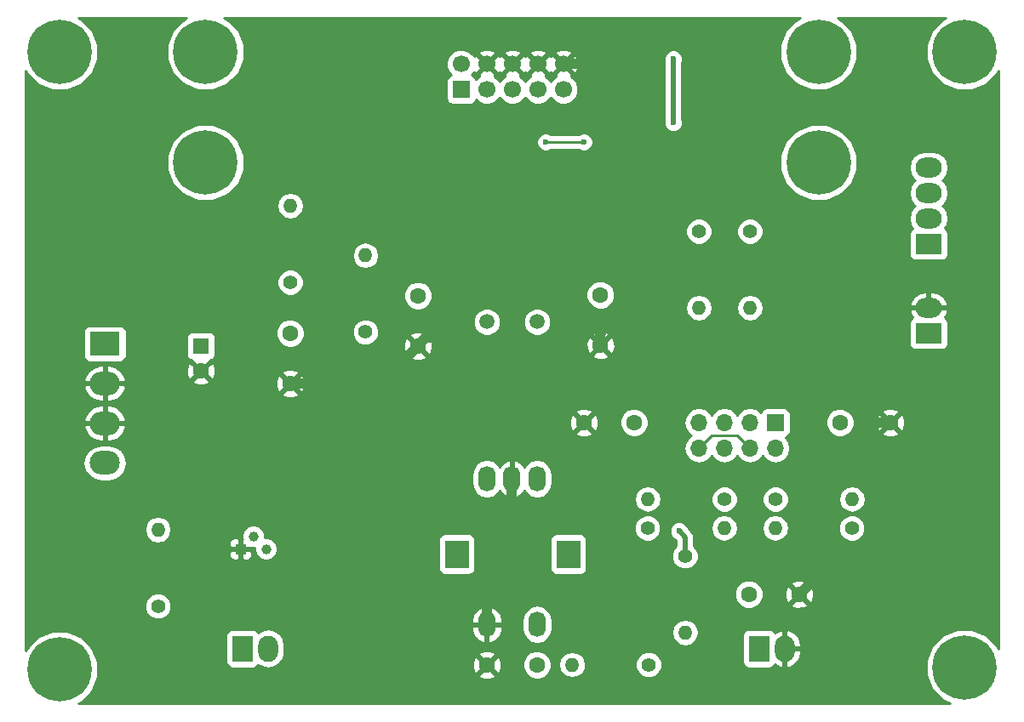
<source format=gbr>
G04 #@! TF.FileFunction,Copper,L1,Top,Signal*
%FSLAX46Y46*%
G04 Gerber Fmt 4.6, Leading zero omitted, Abs format (unit mm)*
G04 Created by KiCad (PCBNEW 4.0.7-e2-6376~58~ubuntu16.04.1) date Thu Nov 16 14:30:50 2017*
%MOMM*%
%LPD*%
G01*
G04 APERTURE LIST*
%ADD10C,0.100000*%
%ADD11R,3.000000X2.350000*%
%ADD12O,3.000000X2.350000*%
%ADD13C,1.500000*%
%ADD14C,1.400000*%
%ADD15O,1.400000X1.400000*%
%ADD16C,6.400000*%
%ADD17C,0.800000*%
%ADD18R,1.600000X1.600000*%
%ADD19C,1.600000*%
%ADD20R,1.700000X1.700000*%
%ADD21O,1.700000X1.700000*%
%ADD22R,2.000000X2.600000*%
%ADD23O,2.000000X2.600000*%
%ADD24R,2.600000X2.000000*%
%ADD25O,2.600000X2.000000*%
%ADD26C,1.000000*%
%ADD27R,1.000000X1.000000*%
%ADD28R,2.400000X2.800000*%
%ADD29O,1.720000X2.540000*%
%ADD30C,1.700000*%
%ADD31C,0.600000*%
%ADD32C,0.500000*%
%ADD33C,1.000000*%
%ADD34C,0.250000*%
%ADD35C,0.254000*%
G04 APERTURE END LIST*
D10*
D11*
X99500000Y-74040000D03*
D12*
X99500000Y-78000000D03*
X99500000Y-81960000D03*
X99500000Y-85920000D03*
D13*
X137498000Y-71867000D03*
X142498000Y-71867000D03*
D14*
X117940000Y-67930000D03*
D15*
X117940000Y-60310000D03*
D16*
X95000000Y-45000000D03*
D17*
X97400000Y-45000000D03*
X96697056Y-46697056D03*
X95000000Y-47400000D03*
X93302944Y-46697056D03*
X92600000Y-45000000D03*
X93302944Y-43302944D03*
X95000000Y-42600000D03*
X96697056Y-43302944D03*
D16*
X185000000Y-45000000D03*
D17*
X187400000Y-45000000D03*
X186697056Y-46697056D03*
X185000000Y-47400000D03*
X183302944Y-46697056D03*
X182600000Y-45000000D03*
X183302944Y-43302944D03*
X185000000Y-42600000D03*
X186697056Y-43302944D03*
D16*
X185000000Y-106302944D03*
D17*
X187400000Y-106302944D03*
X186697056Y-108000000D03*
X185000000Y-108702944D03*
X183302944Y-108000000D03*
X182600000Y-106302944D03*
X183302944Y-104605888D03*
X185000000Y-103902944D03*
X186697056Y-104605888D03*
D16*
X95000000Y-106500000D03*
D17*
X97400000Y-106500000D03*
X96697056Y-108197056D03*
X95000000Y-108900000D03*
X93302944Y-108197056D03*
X92600000Y-106500000D03*
X93302944Y-104802944D03*
X95000000Y-104100000D03*
X96697056Y-104802944D03*
D16*
X109500000Y-45000000D03*
D17*
X111900000Y-45000000D03*
X111197056Y-46697056D03*
X109500000Y-47400000D03*
X107802944Y-46697056D03*
X107100000Y-45000000D03*
X107802944Y-43302944D03*
X109500000Y-42600000D03*
X111197056Y-43302944D03*
D16*
X170500000Y-45000000D03*
D17*
X172900000Y-45000000D03*
X172197056Y-46697056D03*
X170500000Y-47400000D03*
X168802944Y-46697056D03*
X168100000Y-45000000D03*
X168802944Y-43302944D03*
X170500000Y-42600000D03*
X172197056Y-43302944D03*
D16*
X109500000Y-56000000D03*
D17*
X111900000Y-56000000D03*
X111197056Y-57697056D03*
X109500000Y-58400000D03*
X107802944Y-57697056D03*
X107100000Y-56000000D03*
X107802944Y-54302944D03*
X109500000Y-53600000D03*
X111197056Y-54302944D03*
D16*
X170500000Y-56000000D03*
D17*
X172900000Y-56000000D03*
X172197056Y-57697056D03*
X170500000Y-58400000D03*
X168802944Y-57697056D03*
X168100000Y-56000000D03*
X168802944Y-54302944D03*
X170500000Y-53600000D03*
X172197056Y-54302944D03*
D18*
X109050000Y-74280000D03*
D19*
X109050000Y-76780000D03*
X148801000Y-74200000D03*
X148801000Y-69200000D03*
X117940000Y-73010000D03*
X117940000Y-78010000D03*
X130640000Y-74280000D03*
X130640000Y-69280000D03*
X147150000Y-81900000D03*
X152150000Y-81900000D03*
X177630000Y-81900000D03*
X172630000Y-81900000D03*
X142500000Y-106030000D03*
X137500000Y-106030000D03*
X163560000Y-98990000D03*
X168560000Y-98990000D03*
D20*
X166200000Y-81900000D03*
D21*
X166200000Y-84440000D03*
X163660000Y-81900000D03*
X163660000Y-84440000D03*
X161120000Y-81900000D03*
X161120000Y-84440000D03*
X158580000Y-81900000D03*
X158580000Y-84440000D03*
D22*
X113200000Y-104400000D03*
D23*
X115740000Y-104400000D03*
D24*
X181440000Y-73010000D03*
D25*
X181440000Y-70470000D03*
D24*
X181440000Y-64120000D03*
D25*
X181440000Y-61580000D03*
X181440000Y-59040000D03*
X181440000Y-56500000D03*
D22*
X164560000Y-104400000D03*
D23*
X167100000Y-104400000D03*
D26*
X114282400Y-93215700D03*
X115552400Y-94485700D03*
D27*
X113012400Y-94485700D03*
D14*
X161120000Y-89520000D03*
D15*
X153500000Y-89520000D03*
D14*
X166200000Y-89520000D03*
D15*
X173820000Y-89520000D03*
D14*
X163660000Y-62850000D03*
D15*
X163660000Y-70470000D03*
D14*
X158580000Y-62850000D03*
D15*
X158580000Y-70470000D03*
D14*
X153480000Y-92400000D03*
D15*
X161100000Y-92400000D03*
D14*
X125433000Y-72883000D03*
D15*
X125433000Y-65263000D03*
D14*
X173800000Y-92400000D03*
D15*
X166180000Y-92400000D03*
D14*
X104782800Y-100175300D03*
D15*
X104782800Y-92555300D03*
D14*
X153600000Y-106000000D03*
D15*
X145980000Y-106000000D03*
D14*
X157210000Y-95180000D03*
D15*
X157210000Y-102800000D03*
D28*
X134500000Y-95000000D03*
D29*
X137500000Y-87500000D03*
X140000000Y-87500000D03*
X142500000Y-87500000D03*
X137500000Y-102000000D03*
X142500000Y-102000000D03*
D28*
X145600000Y-95000000D03*
D20*
X134958000Y-48753000D03*
D30*
X134958000Y-46213000D03*
X137498000Y-48753000D03*
X137498000Y-46213000D03*
X140038000Y-48753000D03*
X140038000Y-46213000D03*
X142578000Y-48753000D03*
X142578000Y-46213000D03*
X145118000Y-48753000D03*
X145118000Y-46213000D03*
D31*
X156600000Y-92700000D03*
X156040000Y-52055000D03*
X156040000Y-45705000D03*
X104700000Y-78000000D03*
X137500000Y-104200000D03*
X168560000Y-101000000D03*
X177630000Y-77000000D03*
X171500000Y-67168000D03*
X154897000Y-70343000D03*
X141435000Y-83932000D03*
X143340000Y-78090000D03*
X109000000Y-83615300D03*
X114500000Y-78010000D03*
X132339100Y-73000000D03*
X133561000Y-70000000D03*
X139000000Y-51000000D03*
X130000000Y-60000000D03*
X151937900Y-58000000D03*
X151937900Y-53500000D03*
X151937900Y-51500000D03*
X131529000Y-66279000D03*
X147150000Y-53960000D03*
X143340000Y-53960000D03*
D32*
X157235000Y-93335000D02*
X157210000Y-93360000D01*
X157210000Y-93360000D02*
X157210000Y-95180000D01*
X156600000Y-92700000D02*
X157235000Y-93335000D01*
X156040000Y-45705000D02*
X156040000Y-52055000D01*
D33*
X132339100Y-73000000D02*
X133561000Y-71778100D01*
X131859099Y-73480001D02*
X132339100Y-73000000D01*
X133561000Y-70000000D02*
X133561000Y-68565000D01*
X133561000Y-71778100D02*
X133561000Y-70000000D01*
X138500000Y-60000000D02*
X130000000Y-60000000D01*
X138500000Y-60000000D02*
X138500000Y-51500000D01*
X138500000Y-51500000D02*
X139000000Y-51000000D01*
X151937900Y-60000000D02*
X138500000Y-60000000D01*
X151937900Y-60000000D02*
X151937900Y-58000000D01*
X151937900Y-68907900D02*
X151937900Y-60000000D01*
X151937900Y-58000000D02*
X151937900Y-53500000D01*
X151937900Y-51000000D02*
X151937900Y-49781700D01*
X151937900Y-53500000D02*
X151937900Y-51000000D01*
D34*
X151937900Y-51000000D02*
X151937900Y-51500000D01*
D33*
X170010000Y-88250000D02*
X170010000Y-97540000D01*
D34*
X170010000Y-97540000D02*
X169830000Y-97720000D01*
X169910000Y-97640000D02*
X169830000Y-97720000D01*
D33*
X151937900Y-49781700D02*
X148369200Y-46213000D01*
X148369200Y-46213000D02*
X145118000Y-46213000D01*
X148839100Y-72006700D02*
X151937900Y-68907900D01*
X148839100Y-73030530D02*
X148839100Y-72006700D01*
X148801000Y-74200000D02*
X148801000Y-73068630D01*
D34*
X148801000Y-73068630D02*
X148839100Y-73030530D01*
D33*
X130640000Y-74280000D02*
X131439999Y-73480001D01*
X131439999Y-73480001D02*
X131859099Y-73480001D01*
X140000000Y-87500000D02*
X140000000Y-95070000D01*
X140000000Y-95070000D02*
X137500000Y-97570000D01*
X137500000Y-97570000D02*
X137500000Y-102000000D01*
X177630000Y-81900000D02*
X176360000Y-81900000D01*
D34*
X169910000Y-97720000D02*
X169830000Y-97720000D01*
D33*
X176360000Y-81900000D02*
X170010000Y-88250000D01*
X169830000Y-97720000D02*
X168560000Y-98990000D01*
X133561000Y-68565000D02*
X131529000Y-66533000D01*
D34*
X131529000Y-66533000D02*
X131529000Y-66279000D01*
D33*
X117940000Y-78010000D02*
X126910000Y-78010000D01*
X126910000Y-78010000D02*
X130640000Y-74280000D01*
D34*
X163660000Y-84440000D02*
X162390000Y-83170000D01*
X162390000Y-83170000D02*
X159850000Y-83170000D01*
X159850000Y-83170000D02*
X158580000Y-84440000D01*
X143340000Y-53960000D02*
X147150000Y-53960000D01*
D35*
G36*
X107330485Y-41746950D02*
X106250741Y-42824811D01*
X105665667Y-44233825D01*
X105664336Y-45759482D01*
X106246950Y-47169515D01*
X107324811Y-48249259D01*
X108733825Y-48834333D01*
X110259482Y-48835664D01*
X111669515Y-48253050D01*
X112020176Y-47903000D01*
X133460560Y-47903000D01*
X133460560Y-49603000D01*
X133504838Y-49838317D01*
X133643910Y-50054441D01*
X133856110Y-50199431D01*
X134108000Y-50250440D01*
X135808000Y-50250440D01*
X136043317Y-50206162D01*
X136259441Y-50067090D01*
X136404431Y-49854890D01*
X136420496Y-49775557D01*
X136655717Y-50011188D01*
X137201319Y-50237742D01*
X137792089Y-50238257D01*
X138338086Y-50012656D01*
X138756188Y-49595283D01*
X138767748Y-49567443D01*
X138778344Y-49593086D01*
X139195717Y-50011188D01*
X139741319Y-50237742D01*
X140332089Y-50238257D01*
X140878086Y-50012656D01*
X141296188Y-49595283D01*
X141307748Y-49567443D01*
X141318344Y-49593086D01*
X141735717Y-50011188D01*
X142281319Y-50237742D01*
X142872089Y-50238257D01*
X143418086Y-50012656D01*
X143836188Y-49595283D01*
X143847748Y-49567443D01*
X143858344Y-49593086D01*
X144275717Y-50011188D01*
X144821319Y-50237742D01*
X145412089Y-50238257D01*
X145958086Y-50012656D01*
X146376188Y-49595283D01*
X146602742Y-49049681D01*
X146603257Y-48458911D01*
X146377656Y-47912914D01*
X145960283Y-47494812D01*
X145912688Y-47475049D01*
X145982353Y-47256958D01*
X145118000Y-46392605D01*
X144253647Y-47256958D01*
X144323181Y-47474640D01*
X144277914Y-47493344D01*
X143859812Y-47910717D01*
X143848252Y-47938557D01*
X143837656Y-47912914D01*
X143420283Y-47494812D01*
X143372688Y-47475049D01*
X143442353Y-47256958D01*
X142578000Y-46392605D01*
X141713647Y-47256958D01*
X141783181Y-47474640D01*
X141737914Y-47493344D01*
X141319812Y-47910717D01*
X141308252Y-47938557D01*
X141297656Y-47912914D01*
X140880283Y-47494812D01*
X140832688Y-47475049D01*
X140902353Y-47256958D01*
X140038000Y-46392605D01*
X139173647Y-47256958D01*
X139243181Y-47474640D01*
X139197914Y-47493344D01*
X138779812Y-47910717D01*
X138768252Y-47938557D01*
X138757656Y-47912914D01*
X138340283Y-47494812D01*
X138292688Y-47475049D01*
X138362353Y-47256958D01*
X137498000Y-46392605D01*
X136633647Y-47256958D01*
X136703181Y-47474640D01*
X136657914Y-47493344D01*
X136422565Y-47728283D01*
X136411162Y-47667683D01*
X136272090Y-47451559D01*
X136059890Y-47306569D01*
X135980557Y-47290504D01*
X136216188Y-47055283D01*
X136235951Y-47007688D01*
X136454042Y-47077353D01*
X137318395Y-46213000D01*
X137677605Y-46213000D01*
X138541958Y-47077353D01*
X138768000Y-47005148D01*
X138994042Y-47077353D01*
X139858395Y-46213000D01*
X140217605Y-46213000D01*
X141081958Y-47077353D01*
X141308000Y-47005148D01*
X141534042Y-47077353D01*
X142398395Y-46213000D01*
X142757605Y-46213000D01*
X143621958Y-47077353D01*
X143848000Y-47005148D01*
X144074042Y-47077353D01*
X144938395Y-46213000D01*
X145297605Y-46213000D01*
X146161958Y-47077353D01*
X146413259Y-46997080D01*
X146614718Y-46441721D01*
X146590043Y-45890167D01*
X155104838Y-45890167D01*
X155155000Y-46011569D01*
X155155000Y-51748178D01*
X155105162Y-51868201D01*
X155104838Y-52240167D01*
X155246883Y-52583943D01*
X155509673Y-52847192D01*
X155853201Y-52989838D01*
X156225167Y-52990162D01*
X156568943Y-52848117D01*
X156832192Y-52585327D01*
X156974838Y-52241799D01*
X156975162Y-51869833D01*
X156925000Y-51748431D01*
X156925000Y-46011822D01*
X156974838Y-45891799D01*
X156975162Y-45519833D01*
X156833117Y-45176057D01*
X156570327Y-44912808D01*
X156226799Y-44770162D01*
X155854833Y-44769838D01*
X155511057Y-44911883D01*
X155247808Y-45174673D01*
X155105162Y-45518201D01*
X155104838Y-45890167D01*
X146590043Y-45890167D01*
X146588315Y-45851542D01*
X146413259Y-45428920D01*
X146161958Y-45348647D01*
X145297605Y-46213000D01*
X144938395Y-46213000D01*
X144074042Y-45348647D01*
X143848000Y-45420852D01*
X143621958Y-45348647D01*
X142757605Y-46213000D01*
X142398395Y-46213000D01*
X141534042Y-45348647D01*
X141308000Y-45420852D01*
X141081958Y-45348647D01*
X140217605Y-46213000D01*
X139858395Y-46213000D01*
X138994042Y-45348647D01*
X138768000Y-45420852D01*
X138541958Y-45348647D01*
X137677605Y-46213000D01*
X137318395Y-46213000D01*
X136454042Y-45348647D01*
X136236360Y-45418181D01*
X136217656Y-45372914D01*
X136014140Y-45169042D01*
X136633647Y-45169042D01*
X137498000Y-46033395D01*
X138362353Y-45169042D01*
X139173647Y-45169042D01*
X140038000Y-46033395D01*
X140902353Y-45169042D01*
X141713647Y-45169042D01*
X142578000Y-46033395D01*
X143442353Y-45169042D01*
X144253647Y-45169042D01*
X145118000Y-46033395D01*
X145982353Y-45169042D01*
X145902080Y-44917741D01*
X145346721Y-44716282D01*
X144756542Y-44742685D01*
X144333920Y-44917741D01*
X144253647Y-45169042D01*
X143442353Y-45169042D01*
X143362080Y-44917741D01*
X142806721Y-44716282D01*
X142216542Y-44742685D01*
X141793920Y-44917741D01*
X141713647Y-45169042D01*
X140902353Y-45169042D01*
X140822080Y-44917741D01*
X140266721Y-44716282D01*
X139676542Y-44742685D01*
X139253920Y-44917741D01*
X139173647Y-45169042D01*
X138362353Y-45169042D01*
X138282080Y-44917741D01*
X137726721Y-44716282D01*
X137136542Y-44742685D01*
X136713920Y-44917741D01*
X136633647Y-45169042D01*
X136014140Y-45169042D01*
X135800283Y-44954812D01*
X135254681Y-44728258D01*
X134663911Y-44727743D01*
X134117914Y-44953344D01*
X133699812Y-45370717D01*
X133473258Y-45916319D01*
X133472743Y-46507089D01*
X133698344Y-47053086D01*
X133933283Y-47288435D01*
X133872683Y-47299838D01*
X133656559Y-47438910D01*
X133511569Y-47651110D01*
X133460560Y-47903000D01*
X112020176Y-47903000D01*
X112749259Y-47175189D01*
X113334333Y-45766175D01*
X113335664Y-44240518D01*
X112753050Y-42830485D01*
X111675189Y-41750741D01*
X111377188Y-41627000D01*
X168620786Y-41627000D01*
X168330485Y-41746950D01*
X167250741Y-42824811D01*
X166665667Y-44233825D01*
X166664336Y-45759482D01*
X167246950Y-47169515D01*
X168324811Y-48249259D01*
X169733825Y-48834333D01*
X171259482Y-48835664D01*
X172669515Y-48253050D01*
X173749259Y-47175189D01*
X174334333Y-45766175D01*
X174335664Y-44240518D01*
X173753050Y-42830485D01*
X172675189Y-41750741D01*
X172377188Y-41627000D01*
X183120786Y-41627000D01*
X182830485Y-41746950D01*
X181750741Y-42824811D01*
X181165667Y-44233825D01*
X181164336Y-45759482D01*
X181746950Y-47169515D01*
X182824811Y-48249259D01*
X184233825Y-48834333D01*
X185759482Y-48835664D01*
X187169515Y-48253050D01*
X188249259Y-47175189D01*
X188373000Y-46877188D01*
X188373000Y-104423730D01*
X188253050Y-104133429D01*
X187175189Y-103053685D01*
X185766175Y-102468611D01*
X184240518Y-102467280D01*
X182830485Y-103049894D01*
X181750741Y-104127755D01*
X181165667Y-105536769D01*
X181164336Y-107062426D01*
X181746950Y-108472459D01*
X182824811Y-109552203D01*
X183597376Y-109873000D01*
X96879214Y-109873000D01*
X97169515Y-109753050D01*
X98249259Y-108675189D01*
X98834333Y-107266175D01*
X98834532Y-107037745D01*
X136671861Y-107037745D01*
X136745995Y-107283864D01*
X137283223Y-107476965D01*
X137853454Y-107449778D01*
X138254005Y-107283864D01*
X138328139Y-107037745D01*
X137500000Y-106209605D01*
X136671861Y-107037745D01*
X98834532Y-107037745D01*
X98835664Y-105740518D01*
X98253050Y-104330485D01*
X97175189Y-103250741D01*
X96812165Y-103100000D01*
X111552560Y-103100000D01*
X111552560Y-105700000D01*
X111596838Y-105935317D01*
X111735910Y-106151441D01*
X111948110Y-106296431D01*
X112200000Y-106347440D01*
X114200000Y-106347440D01*
X114435317Y-106303162D01*
X114651441Y-106164090D01*
X114756951Y-106009671D01*
X115114313Y-106248452D01*
X115740000Y-106372909D01*
X116365687Y-106248452D01*
X116896120Y-105894029D01*
X116950112Y-105813223D01*
X136053035Y-105813223D01*
X136080222Y-106383454D01*
X136246136Y-106784005D01*
X136492255Y-106858139D01*
X137320395Y-106030000D01*
X137679605Y-106030000D01*
X138507745Y-106858139D01*
X138753864Y-106784005D01*
X138922735Y-106314187D01*
X141064752Y-106314187D01*
X141282757Y-106841800D01*
X141686077Y-107245824D01*
X142213309Y-107464750D01*
X142784187Y-107465248D01*
X143311800Y-107247243D01*
X143715824Y-106843923D01*
X143934750Y-106316691D01*
X143935026Y-106000000D01*
X144618846Y-106000000D01*
X144720467Y-106510882D01*
X145009858Y-106943988D01*
X145442964Y-107233379D01*
X145953846Y-107335000D01*
X146006154Y-107335000D01*
X146517036Y-107233379D01*
X146950142Y-106943988D01*
X147239533Y-106510882D01*
X147288564Y-106264383D01*
X152264769Y-106264383D01*
X152467582Y-106755229D01*
X152842796Y-107131098D01*
X153333287Y-107334768D01*
X153864383Y-107335231D01*
X154355229Y-107132418D01*
X154731098Y-106757204D01*
X154934768Y-106266713D01*
X154935231Y-105735617D01*
X154732418Y-105244771D01*
X154357204Y-104868902D01*
X153866713Y-104665232D01*
X153335617Y-104664769D01*
X152844771Y-104867582D01*
X152468902Y-105242796D01*
X152265232Y-105733287D01*
X152264769Y-106264383D01*
X147288564Y-106264383D01*
X147341154Y-106000000D01*
X147239533Y-105489118D01*
X146950142Y-105056012D01*
X146517036Y-104766621D01*
X146006154Y-104665000D01*
X145953846Y-104665000D01*
X145442964Y-104766621D01*
X145009858Y-105056012D01*
X144720467Y-105489118D01*
X144618846Y-106000000D01*
X143935026Y-106000000D01*
X143935248Y-105745813D01*
X143717243Y-105218200D01*
X143313923Y-104814176D01*
X142786691Y-104595250D01*
X142215813Y-104594752D01*
X141688200Y-104812757D01*
X141284176Y-105216077D01*
X141065250Y-105743309D01*
X141064752Y-106314187D01*
X138922735Y-106314187D01*
X138946965Y-106246777D01*
X138919778Y-105676546D01*
X138753864Y-105275995D01*
X138507745Y-105201861D01*
X137679605Y-106030000D01*
X137320395Y-106030000D01*
X136492255Y-105201861D01*
X136246136Y-105275995D01*
X136053035Y-105813223D01*
X116950112Y-105813223D01*
X117250543Y-105363596D01*
X117318440Y-105022255D01*
X136671861Y-105022255D01*
X137500000Y-105850395D01*
X138328139Y-105022255D01*
X138254005Y-104776136D01*
X137716777Y-104583035D01*
X137146546Y-104610222D01*
X136745995Y-104776136D01*
X136671861Y-105022255D01*
X117318440Y-105022255D01*
X117375000Y-104737909D01*
X117375000Y-104062091D01*
X117250543Y-103436404D01*
X116896120Y-102905971D01*
X116365687Y-102551548D01*
X115740000Y-102427091D01*
X115114313Y-102551548D01*
X114755808Y-102791093D01*
X114664090Y-102648559D01*
X114451890Y-102503569D01*
X114200000Y-102452560D01*
X112200000Y-102452560D01*
X111964683Y-102496838D01*
X111748559Y-102635910D01*
X111603569Y-102848110D01*
X111552560Y-103100000D01*
X96812165Y-103100000D01*
X95766175Y-102665667D01*
X94240518Y-102664336D01*
X92830485Y-103246950D01*
X91750741Y-104324811D01*
X91627000Y-104622812D01*
X91627000Y-102127000D01*
X136005000Y-102127000D01*
X136005000Y-102537000D01*
X136167401Y-103099444D01*
X136532678Y-103556927D01*
X137045221Y-103839800D01*
X137141539Y-103861389D01*
X137373000Y-103740201D01*
X137373000Y-102127000D01*
X137627000Y-102127000D01*
X137627000Y-103740201D01*
X137858461Y-103861389D01*
X137954779Y-103839800D01*
X138467322Y-103556927D01*
X138832599Y-103099444D01*
X138995000Y-102537000D01*
X138995000Y-102127000D01*
X137627000Y-102127000D01*
X137373000Y-102127000D01*
X136005000Y-102127000D01*
X91627000Y-102127000D01*
X91627000Y-100439683D01*
X103447569Y-100439683D01*
X103650382Y-100930529D01*
X104025596Y-101306398D01*
X104516087Y-101510068D01*
X105047183Y-101510531D01*
X105162217Y-101463000D01*
X136005000Y-101463000D01*
X136005000Y-101873000D01*
X137373000Y-101873000D01*
X137373000Y-100259799D01*
X137627000Y-100259799D01*
X137627000Y-101873000D01*
X138995000Y-101873000D01*
X138995000Y-101552679D01*
X141005000Y-101552679D01*
X141005000Y-102447321D01*
X141118800Y-103019433D01*
X141442875Y-103504446D01*
X141927888Y-103828521D01*
X142500000Y-103942321D01*
X143072112Y-103828521D01*
X143557125Y-103504446D01*
X143881200Y-103019433D01*
X143930050Y-102773846D01*
X155875000Y-102773846D01*
X155875000Y-102826154D01*
X155976621Y-103337036D01*
X156266012Y-103770142D01*
X156699118Y-104059533D01*
X157210000Y-104161154D01*
X157720882Y-104059533D01*
X158153988Y-103770142D01*
X158443379Y-103337036D01*
X158490528Y-103100000D01*
X162912560Y-103100000D01*
X162912560Y-105700000D01*
X162956838Y-105935317D01*
X163095910Y-106151441D01*
X163308110Y-106296431D01*
X163560000Y-106347440D01*
X165560000Y-106347440D01*
X165795317Y-106303162D01*
X166011441Y-106164090D01*
X166125349Y-105997380D01*
X166591645Y-106259144D01*
X166719566Y-106290124D01*
X166973000Y-106170777D01*
X166973000Y-104527000D01*
X167227000Y-104527000D01*
X167227000Y-106170777D01*
X167480434Y-106290124D01*
X167608355Y-106259144D01*
X168166317Y-105945922D01*
X168561942Y-105443020D01*
X168735000Y-104827000D01*
X168735000Y-104527000D01*
X167227000Y-104527000D01*
X166973000Y-104527000D01*
X166953000Y-104527000D01*
X166953000Y-104273000D01*
X166973000Y-104273000D01*
X166973000Y-102629223D01*
X167227000Y-102629223D01*
X167227000Y-104273000D01*
X168735000Y-104273000D01*
X168735000Y-103973000D01*
X168561942Y-103356980D01*
X168166317Y-102854078D01*
X167608355Y-102540856D01*
X167480434Y-102509876D01*
X167227000Y-102629223D01*
X166973000Y-102629223D01*
X166719566Y-102509876D01*
X166591645Y-102540856D01*
X166123789Y-102803495D01*
X166024090Y-102648559D01*
X165811890Y-102503569D01*
X165560000Y-102452560D01*
X163560000Y-102452560D01*
X163324683Y-102496838D01*
X163108559Y-102635910D01*
X162963569Y-102848110D01*
X162912560Y-103100000D01*
X158490528Y-103100000D01*
X158545000Y-102826154D01*
X158545000Y-102773846D01*
X158443379Y-102262964D01*
X158153988Y-101829858D01*
X157720882Y-101540467D01*
X157210000Y-101438846D01*
X156699118Y-101540467D01*
X156266012Y-101829858D01*
X155976621Y-102262964D01*
X155875000Y-102773846D01*
X143930050Y-102773846D01*
X143995000Y-102447321D01*
X143995000Y-101552679D01*
X143881200Y-100980567D01*
X143557125Y-100495554D01*
X143072112Y-100171479D01*
X142500000Y-100057679D01*
X141927888Y-100171479D01*
X141442875Y-100495554D01*
X141118800Y-100980567D01*
X141005000Y-101552679D01*
X138995000Y-101552679D01*
X138995000Y-101463000D01*
X138832599Y-100900556D01*
X138467322Y-100443073D01*
X137954779Y-100160200D01*
X137858461Y-100138611D01*
X137627000Y-100259799D01*
X137373000Y-100259799D01*
X137141539Y-100138611D01*
X137045221Y-100160200D01*
X136532678Y-100443073D01*
X136167401Y-100900556D01*
X136005000Y-101463000D01*
X105162217Y-101463000D01*
X105538029Y-101307718D01*
X105913898Y-100932504D01*
X106117568Y-100442013D01*
X106118031Y-99910917D01*
X105915218Y-99420071D01*
X105769589Y-99274187D01*
X162124752Y-99274187D01*
X162342757Y-99801800D01*
X162746077Y-100205824D01*
X163273309Y-100424750D01*
X163844187Y-100425248D01*
X164371800Y-100207243D01*
X164581663Y-99997745D01*
X167731861Y-99997745D01*
X167805995Y-100243864D01*
X168343223Y-100436965D01*
X168913454Y-100409778D01*
X169314005Y-100243864D01*
X169388139Y-99997745D01*
X168560000Y-99169605D01*
X167731861Y-99997745D01*
X164581663Y-99997745D01*
X164775824Y-99803923D01*
X164994750Y-99276691D01*
X164995189Y-98773223D01*
X167113035Y-98773223D01*
X167140222Y-99343454D01*
X167306136Y-99744005D01*
X167552255Y-99818139D01*
X168380395Y-98990000D01*
X168739605Y-98990000D01*
X169567745Y-99818139D01*
X169813864Y-99744005D01*
X170006965Y-99206777D01*
X169979778Y-98636546D01*
X169813864Y-98235995D01*
X169567745Y-98161861D01*
X168739605Y-98990000D01*
X168380395Y-98990000D01*
X167552255Y-98161861D01*
X167306136Y-98235995D01*
X167113035Y-98773223D01*
X164995189Y-98773223D01*
X164995248Y-98705813D01*
X164777243Y-98178200D01*
X164581640Y-97982255D01*
X167731861Y-97982255D01*
X168560000Y-98810395D01*
X169388139Y-97982255D01*
X169314005Y-97736136D01*
X168776777Y-97543035D01*
X168206546Y-97570222D01*
X167805995Y-97736136D01*
X167731861Y-97982255D01*
X164581640Y-97982255D01*
X164373923Y-97774176D01*
X163846691Y-97555250D01*
X163275813Y-97554752D01*
X162748200Y-97772757D01*
X162344176Y-98176077D01*
X162125250Y-98703309D01*
X162124752Y-99274187D01*
X105769589Y-99274187D01*
X105540004Y-99044202D01*
X105049513Y-98840532D01*
X104518417Y-98840069D01*
X104027571Y-99042882D01*
X103651702Y-99418096D01*
X103448032Y-99908587D01*
X103447569Y-100439683D01*
X91627000Y-100439683D01*
X91627000Y-94771450D01*
X111877400Y-94771450D01*
X111877400Y-95112009D01*
X111974073Y-95345398D01*
X112152701Y-95524027D01*
X112386090Y-95620700D01*
X112726650Y-95620700D01*
X112885400Y-95461950D01*
X112885400Y-94612700D01*
X113139400Y-94612700D01*
X113139400Y-95461950D01*
X113298150Y-95620700D01*
X113638710Y-95620700D01*
X113872099Y-95524027D01*
X114050727Y-95345398D01*
X114147400Y-95112009D01*
X114147400Y-94771450D01*
X113988650Y-94612700D01*
X113139400Y-94612700D01*
X112885400Y-94612700D01*
X112036150Y-94612700D01*
X111877400Y-94771450D01*
X91627000Y-94771450D01*
X91627000Y-92529146D01*
X103447800Y-92529146D01*
X103447800Y-92581454D01*
X103549421Y-93092336D01*
X103838812Y-93525442D01*
X104271918Y-93814833D01*
X104782800Y-93916454D01*
X105069674Y-93859391D01*
X111877400Y-93859391D01*
X111877400Y-94199950D01*
X112036150Y-94358700D01*
X112885400Y-94358700D01*
X112885400Y-93509450D01*
X113139400Y-93509450D01*
X113139400Y-94358700D01*
X113988650Y-94358700D01*
X114014098Y-94333252D01*
X114055644Y-94350503D01*
X114417517Y-94350819D01*
X114417203Y-94710475D01*
X114589633Y-95127786D01*
X114908635Y-95447345D01*
X115325644Y-95620503D01*
X115777175Y-95620897D01*
X116194486Y-95448467D01*
X116514045Y-95129465D01*
X116687203Y-94712456D01*
X116687597Y-94260925D01*
X116515167Y-93843614D01*
X116271978Y-93600000D01*
X132652560Y-93600000D01*
X132652560Y-96400000D01*
X132696838Y-96635317D01*
X132835910Y-96851441D01*
X133048110Y-96996431D01*
X133300000Y-97047440D01*
X135700000Y-97047440D01*
X135935317Y-97003162D01*
X136151441Y-96864090D01*
X136296431Y-96651890D01*
X136347440Y-96400000D01*
X136347440Y-93600000D01*
X143752560Y-93600000D01*
X143752560Y-96400000D01*
X143796838Y-96635317D01*
X143935910Y-96851441D01*
X144148110Y-96996431D01*
X144400000Y-97047440D01*
X146800000Y-97047440D01*
X147035317Y-97003162D01*
X147251441Y-96864090D01*
X147396431Y-96651890D01*
X147447440Y-96400000D01*
X147447440Y-93600000D01*
X147403162Y-93364683D01*
X147264090Y-93148559D01*
X147051890Y-93003569D01*
X146800000Y-92952560D01*
X144400000Y-92952560D01*
X144164683Y-92996838D01*
X143948559Y-93135910D01*
X143803569Y-93348110D01*
X143752560Y-93600000D01*
X136347440Y-93600000D01*
X136303162Y-93364683D01*
X136164090Y-93148559D01*
X135951890Y-93003569D01*
X135700000Y-92952560D01*
X133300000Y-92952560D01*
X133064683Y-92996838D01*
X132848559Y-93135910D01*
X132703569Y-93348110D01*
X132652560Y-93600000D01*
X116271978Y-93600000D01*
X116196165Y-93524055D01*
X115779156Y-93350897D01*
X115417283Y-93350581D01*
X115417597Y-92990925D01*
X115282673Y-92664383D01*
X152144769Y-92664383D01*
X152347582Y-93155229D01*
X152722796Y-93531098D01*
X153213287Y-93734768D01*
X153744383Y-93735231D01*
X154235229Y-93532418D01*
X154611098Y-93157204D01*
X154724057Y-92885167D01*
X155664838Y-92885167D01*
X155806883Y-93228943D01*
X156069673Y-93492192D01*
X156190986Y-93542566D01*
X156325000Y-93676579D01*
X156325000Y-94177127D01*
X156078902Y-94422796D01*
X155875232Y-94913287D01*
X155874769Y-95444383D01*
X156077582Y-95935229D01*
X156452796Y-96311098D01*
X156943287Y-96514768D01*
X157474383Y-96515231D01*
X157965229Y-96312418D01*
X158341098Y-95937204D01*
X158544768Y-95446713D01*
X158545231Y-94915617D01*
X158342418Y-94424771D01*
X158095000Y-94176921D01*
X158095000Y-93460688D01*
X158120001Y-93335000D01*
X158052634Y-92996326D01*
X157860790Y-92709211D01*
X157551579Y-92400000D01*
X159738846Y-92400000D01*
X159840467Y-92910882D01*
X160129858Y-93343988D01*
X160562964Y-93633379D01*
X161073846Y-93735000D01*
X161126154Y-93735000D01*
X161637036Y-93633379D01*
X162070142Y-93343988D01*
X162359533Y-92910882D01*
X162461154Y-92400000D01*
X164818846Y-92400000D01*
X164920467Y-92910882D01*
X165209858Y-93343988D01*
X165642964Y-93633379D01*
X166153846Y-93735000D01*
X166206154Y-93735000D01*
X166717036Y-93633379D01*
X167150142Y-93343988D01*
X167439533Y-92910882D01*
X167488564Y-92664383D01*
X172464769Y-92664383D01*
X172667582Y-93155229D01*
X173042796Y-93531098D01*
X173533287Y-93734768D01*
X174064383Y-93735231D01*
X174555229Y-93532418D01*
X174931098Y-93157204D01*
X175134768Y-92666713D01*
X175135231Y-92135617D01*
X174932418Y-91644771D01*
X174557204Y-91268902D01*
X174066713Y-91065232D01*
X173535617Y-91064769D01*
X173044771Y-91267582D01*
X172668902Y-91642796D01*
X172465232Y-92133287D01*
X172464769Y-92664383D01*
X167488564Y-92664383D01*
X167541154Y-92400000D01*
X167439533Y-91889118D01*
X167150142Y-91456012D01*
X166717036Y-91166621D01*
X166206154Y-91065000D01*
X166153846Y-91065000D01*
X165642964Y-91166621D01*
X165209858Y-91456012D01*
X164920467Y-91889118D01*
X164818846Y-92400000D01*
X162461154Y-92400000D01*
X162359533Y-91889118D01*
X162070142Y-91456012D01*
X161637036Y-91166621D01*
X161126154Y-91065000D01*
X161073846Y-91065000D01*
X160562964Y-91166621D01*
X160129858Y-91456012D01*
X159840467Y-91889118D01*
X159738846Y-92400000D01*
X157551579Y-92400000D01*
X157442744Y-92291165D01*
X157393117Y-92171057D01*
X157130327Y-91907808D01*
X156786799Y-91765162D01*
X156414833Y-91764838D01*
X156071057Y-91906883D01*
X155807808Y-92169673D01*
X155665162Y-92513201D01*
X155664838Y-92885167D01*
X154724057Y-92885167D01*
X154814768Y-92666713D01*
X154815231Y-92135617D01*
X154612418Y-91644771D01*
X154237204Y-91268902D01*
X153746713Y-91065232D01*
X153215617Y-91064769D01*
X152724771Y-91267582D01*
X152348902Y-91642796D01*
X152145232Y-92133287D01*
X152144769Y-92664383D01*
X115282673Y-92664383D01*
X115245167Y-92573614D01*
X114926165Y-92254055D01*
X114509156Y-92080897D01*
X114057625Y-92080503D01*
X113640314Y-92252933D01*
X113320755Y-92571935D01*
X113147597Y-92988944D01*
X113147203Y-93440475D01*
X113165089Y-93483761D01*
X113139400Y-93509450D01*
X112885400Y-93509450D01*
X112726650Y-93350700D01*
X112386090Y-93350700D01*
X112152701Y-93447373D01*
X111974073Y-93626002D01*
X111877400Y-93859391D01*
X105069674Y-93859391D01*
X105293682Y-93814833D01*
X105726788Y-93525442D01*
X106016179Y-93092336D01*
X106117800Y-92581454D01*
X106117800Y-92529146D01*
X106016179Y-92018264D01*
X105726788Y-91585158D01*
X105293682Y-91295767D01*
X104782800Y-91194146D01*
X104271918Y-91295767D01*
X103838812Y-91585158D01*
X103549421Y-92018264D01*
X103447800Y-92529146D01*
X91627000Y-92529146D01*
X91627000Y-89520000D01*
X152138846Y-89520000D01*
X152240467Y-90030882D01*
X152529858Y-90463988D01*
X152962964Y-90753379D01*
X153473846Y-90855000D01*
X153526154Y-90855000D01*
X154037036Y-90753379D01*
X154470142Y-90463988D01*
X154759533Y-90030882D01*
X154808564Y-89784383D01*
X159784769Y-89784383D01*
X159987582Y-90275229D01*
X160362796Y-90651098D01*
X160853287Y-90854768D01*
X161384383Y-90855231D01*
X161875229Y-90652418D01*
X162251098Y-90277204D01*
X162454768Y-89786713D01*
X162454770Y-89784383D01*
X164864769Y-89784383D01*
X165067582Y-90275229D01*
X165442796Y-90651098D01*
X165933287Y-90854768D01*
X166464383Y-90855231D01*
X166955229Y-90652418D01*
X167331098Y-90277204D01*
X167534768Y-89786713D01*
X167535000Y-89520000D01*
X172458846Y-89520000D01*
X172560467Y-90030882D01*
X172849858Y-90463988D01*
X173282964Y-90753379D01*
X173793846Y-90855000D01*
X173846154Y-90855000D01*
X174357036Y-90753379D01*
X174790142Y-90463988D01*
X175079533Y-90030882D01*
X175181154Y-89520000D01*
X175079533Y-89009118D01*
X174790142Y-88576012D01*
X174357036Y-88286621D01*
X173846154Y-88185000D01*
X173793846Y-88185000D01*
X173282964Y-88286621D01*
X172849858Y-88576012D01*
X172560467Y-89009118D01*
X172458846Y-89520000D01*
X167535000Y-89520000D01*
X167535231Y-89255617D01*
X167332418Y-88764771D01*
X166957204Y-88388902D01*
X166466713Y-88185232D01*
X165935617Y-88184769D01*
X165444771Y-88387582D01*
X165068902Y-88762796D01*
X164865232Y-89253287D01*
X164864769Y-89784383D01*
X162454770Y-89784383D01*
X162455231Y-89255617D01*
X162252418Y-88764771D01*
X161877204Y-88388902D01*
X161386713Y-88185232D01*
X160855617Y-88184769D01*
X160364771Y-88387582D01*
X159988902Y-88762796D01*
X159785232Y-89253287D01*
X159784769Y-89784383D01*
X154808564Y-89784383D01*
X154861154Y-89520000D01*
X154759533Y-89009118D01*
X154470142Y-88576012D01*
X154037036Y-88286621D01*
X153526154Y-88185000D01*
X153473846Y-88185000D01*
X152962964Y-88286621D01*
X152529858Y-88576012D01*
X152240467Y-89009118D01*
X152138846Y-89520000D01*
X91627000Y-89520000D01*
X91627000Y-85920000D01*
X97323173Y-85920000D01*
X97460951Y-86612657D01*
X97853310Y-87199863D01*
X98440516Y-87592222D01*
X99133173Y-87730000D01*
X99866827Y-87730000D01*
X100559484Y-87592222D01*
X101146690Y-87199863D01*
X101245035Y-87052679D01*
X136005000Y-87052679D01*
X136005000Y-87947321D01*
X136118800Y-88519433D01*
X136442875Y-89004446D01*
X136927888Y-89328521D01*
X137500000Y-89442321D01*
X138072112Y-89328521D01*
X138557125Y-89004446D01*
X138754691Y-88708768D01*
X139032678Y-89056927D01*
X139545221Y-89339800D01*
X139641539Y-89361389D01*
X139873000Y-89240201D01*
X139873000Y-87627000D01*
X139853000Y-87627000D01*
X139853000Y-87373000D01*
X139873000Y-87373000D01*
X139873000Y-85759799D01*
X140127000Y-85759799D01*
X140127000Y-87373000D01*
X140147000Y-87373000D01*
X140147000Y-87627000D01*
X140127000Y-87627000D01*
X140127000Y-89240201D01*
X140358461Y-89361389D01*
X140454779Y-89339800D01*
X140967322Y-89056927D01*
X141245309Y-88708768D01*
X141442875Y-89004446D01*
X141927888Y-89328521D01*
X142500000Y-89442321D01*
X143072112Y-89328521D01*
X143557125Y-89004446D01*
X143881200Y-88519433D01*
X143995000Y-87947321D01*
X143995000Y-87052679D01*
X143881200Y-86480567D01*
X143557125Y-85995554D01*
X143072112Y-85671479D01*
X142500000Y-85557679D01*
X141927888Y-85671479D01*
X141442875Y-85995554D01*
X141245309Y-86291232D01*
X140967322Y-85943073D01*
X140454779Y-85660200D01*
X140358461Y-85638611D01*
X140127000Y-85759799D01*
X139873000Y-85759799D01*
X139641539Y-85638611D01*
X139545221Y-85660200D01*
X139032678Y-85943073D01*
X138754691Y-86291232D01*
X138557125Y-85995554D01*
X138072112Y-85671479D01*
X137500000Y-85557679D01*
X136927888Y-85671479D01*
X136442875Y-85995554D01*
X136118800Y-86480567D01*
X136005000Y-87052679D01*
X101245035Y-87052679D01*
X101539049Y-86612657D01*
X101676827Y-85920000D01*
X101539049Y-85227343D01*
X101146690Y-84640137D01*
X100559484Y-84247778D01*
X99866827Y-84110000D01*
X99133173Y-84110000D01*
X98440516Y-84247778D01*
X97853310Y-84640137D01*
X97460951Y-85227343D01*
X97323173Y-85920000D01*
X91627000Y-85920000D01*
X91627000Y-82367885D01*
X97411557Y-82367885D01*
X97454177Y-82535324D01*
X97805334Y-83150060D01*
X98365010Y-83583621D01*
X99048000Y-83770000D01*
X99373000Y-83770000D01*
X99373000Y-82087000D01*
X99627000Y-82087000D01*
X99627000Y-83770000D01*
X99952000Y-83770000D01*
X100634990Y-83583621D01*
X101194666Y-83150060D01*
X101333084Y-82907745D01*
X146321861Y-82907745D01*
X146395995Y-83153864D01*
X146933223Y-83346965D01*
X147503454Y-83319778D01*
X147904005Y-83153864D01*
X147978139Y-82907745D01*
X147150000Y-82079605D01*
X146321861Y-82907745D01*
X101333084Y-82907745D01*
X101545823Y-82535324D01*
X101588443Y-82367885D01*
X101471359Y-82087000D01*
X99627000Y-82087000D01*
X99373000Y-82087000D01*
X97528641Y-82087000D01*
X97411557Y-82367885D01*
X91627000Y-82367885D01*
X91627000Y-81552115D01*
X97411557Y-81552115D01*
X97528641Y-81833000D01*
X99373000Y-81833000D01*
X99373000Y-80150000D01*
X99627000Y-80150000D01*
X99627000Y-81833000D01*
X101471359Y-81833000D01*
X101533791Y-81683223D01*
X145703035Y-81683223D01*
X145730222Y-82253454D01*
X145896136Y-82654005D01*
X146142255Y-82728139D01*
X146970395Y-81900000D01*
X147329605Y-81900000D01*
X148157745Y-82728139D01*
X148403864Y-82654005D01*
X148572735Y-82184187D01*
X150714752Y-82184187D01*
X150932757Y-82711800D01*
X151336077Y-83115824D01*
X151863309Y-83334750D01*
X152434187Y-83335248D01*
X152961800Y-83117243D01*
X153365824Y-82713923D01*
X153584750Y-82186691D01*
X153585025Y-81870907D01*
X157095000Y-81870907D01*
X157095000Y-81929093D01*
X157208039Y-82497378D01*
X157529946Y-82979147D01*
X157815578Y-83170000D01*
X157529946Y-83360853D01*
X157208039Y-83842622D01*
X157095000Y-84410907D01*
X157095000Y-84469093D01*
X157208039Y-85037378D01*
X157529946Y-85519147D01*
X158011715Y-85841054D01*
X158580000Y-85954093D01*
X159148285Y-85841054D01*
X159630054Y-85519147D01*
X159850000Y-85189974D01*
X160069946Y-85519147D01*
X160551715Y-85841054D01*
X161120000Y-85954093D01*
X161688285Y-85841054D01*
X162170054Y-85519147D01*
X162390000Y-85189974D01*
X162609946Y-85519147D01*
X163091715Y-85841054D01*
X163660000Y-85954093D01*
X164228285Y-85841054D01*
X164710054Y-85519147D01*
X164930000Y-85189974D01*
X165149946Y-85519147D01*
X165631715Y-85841054D01*
X166200000Y-85954093D01*
X166768285Y-85841054D01*
X167250054Y-85519147D01*
X167571961Y-85037378D01*
X167685000Y-84469093D01*
X167685000Y-84410907D01*
X167571961Y-83842622D01*
X167250054Y-83360853D01*
X167248821Y-83360029D01*
X167285317Y-83353162D01*
X167501441Y-83214090D01*
X167646431Y-83001890D01*
X167697440Y-82750000D01*
X167697440Y-82184187D01*
X171194752Y-82184187D01*
X171412757Y-82711800D01*
X171816077Y-83115824D01*
X172343309Y-83334750D01*
X172914187Y-83335248D01*
X173441800Y-83117243D01*
X173651663Y-82907745D01*
X176801861Y-82907745D01*
X176875995Y-83153864D01*
X177413223Y-83346965D01*
X177983454Y-83319778D01*
X178384005Y-83153864D01*
X178458139Y-82907745D01*
X177630000Y-82079605D01*
X176801861Y-82907745D01*
X173651663Y-82907745D01*
X173845824Y-82713923D01*
X174064750Y-82186691D01*
X174065189Y-81683223D01*
X176183035Y-81683223D01*
X176210222Y-82253454D01*
X176376136Y-82654005D01*
X176622255Y-82728139D01*
X177450395Y-81900000D01*
X177809605Y-81900000D01*
X178637745Y-82728139D01*
X178883864Y-82654005D01*
X179076965Y-82116777D01*
X179049778Y-81546546D01*
X178883864Y-81145995D01*
X178637745Y-81071861D01*
X177809605Y-81900000D01*
X177450395Y-81900000D01*
X176622255Y-81071861D01*
X176376136Y-81145995D01*
X176183035Y-81683223D01*
X174065189Y-81683223D01*
X174065248Y-81615813D01*
X173847243Y-81088200D01*
X173651640Y-80892255D01*
X176801861Y-80892255D01*
X177630000Y-81720395D01*
X178458139Y-80892255D01*
X178384005Y-80646136D01*
X177846777Y-80453035D01*
X177276546Y-80480222D01*
X176875995Y-80646136D01*
X176801861Y-80892255D01*
X173651640Y-80892255D01*
X173443923Y-80684176D01*
X172916691Y-80465250D01*
X172345813Y-80464752D01*
X171818200Y-80682757D01*
X171414176Y-81086077D01*
X171195250Y-81613309D01*
X171194752Y-82184187D01*
X167697440Y-82184187D01*
X167697440Y-81050000D01*
X167653162Y-80814683D01*
X167514090Y-80598559D01*
X167301890Y-80453569D01*
X167050000Y-80402560D01*
X165350000Y-80402560D01*
X165114683Y-80446838D01*
X164898559Y-80585910D01*
X164753569Y-80798110D01*
X164739914Y-80865541D01*
X164710054Y-80820853D01*
X164228285Y-80498946D01*
X163660000Y-80385907D01*
X163091715Y-80498946D01*
X162609946Y-80820853D01*
X162390000Y-81150026D01*
X162170054Y-80820853D01*
X161688285Y-80498946D01*
X161120000Y-80385907D01*
X160551715Y-80498946D01*
X160069946Y-80820853D01*
X159850000Y-81150026D01*
X159630054Y-80820853D01*
X159148285Y-80498946D01*
X158580000Y-80385907D01*
X158011715Y-80498946D01*
X157529946Y-80820853D01*
X157208039Y-81302622D01*
X157095000Y-81870907D01*
X153585025Y-81870907D01*
X153585248Y-81615813D01*
X153367243Y-81088200D01*
X152963923Y-80684176D01*
X152436691Y-80465250D01*
X151865813Y-80464752D01*
X151338200Y-80682757D01*
X150934176Y-81086077D01*
X150715250Y-81613309D01*
X150714752Y-82184187D01*
X148572735Y-82184187D01*
X148596965Y-82116777D01*
X148569778Y-81546546D01*
X148403864Y-81145995D01*
X148157745Y-81071861D01*
X147329605Y-81900000D01*
X146970395Y-81900000D01*
X146142255Y-81071861D01*
X145896136Y-81145995D01*
X145703035Y-81683223D01*
X101533791Y-81683223D01*
X101588443Y-81552115D01*
X101545823Y-81384676D01*
X101264537Y-80892255D01*
X146321861Y-80892255D01*
X147150000Y-81720395D01*
X147978139Y-80892255D01*
X147904005Y-80646136D01*
X147366777Y-80453035D01*
X146796546Y-80480222D01*
X146395995Y-80646136D01*
X146321861Y-80892255D01*
X101264537Y-80892255D01*
X101194666Y-80769940D01*
X100634990Y-80336379D01*
X99952000Y-80150000D01*
X99627000Y-80150000D01*
X99373000Y-80150000D01*
X99048000Y-80150000D01*
X98365010Y-80336379D01*
X97805334Y-80769940D01*
X97454177Y-81384676D01*
X97411557Y-81552115D01*
X91627000Y-81552115D01*
X91627000Y-78407885D01*
X97411557Y-78407885D01*
X97454177Y-78575324D01*
X97805334Y-79190060D01*
X98365010Y-79623621D01*
X99048000Y-79810000D01*
X99373000Y-79810000D01*
X99373000Y-78127000D01*
X99627000Y-78127000D01*
X99627000Y-79810000D01*
X99952000Y-79810000D01*
X100634990Y-79623621D01*
X101194666Y-79190060D01*
X101293097Y-79017745D01*
X117111861Y-79017745D01*
X117185995Y-79263864D01*
X117723223Y-79456965D01*
X118293454Y-79429778D01*
X118694005Y-79263864D01*
X118768139Y-79017745D01*
X117940000Y-78189605D01*
X117111861Y-79017745D01*
X101293097Y-79017745D01*
X101545823Y-78575324D01*
X101588443Y-78407885D01*
X101471359Y-78127000D01*
X99627000Y-78127000D01*
X99373000Y-78127000D01*
X97528641Y-78127000D01*
X97411557Y-78407885D01*
X91627000Y-78407885D01*
X91627000Y-77592115D01*
X97411557Y-77592115D01*
X97528641Y-77873000D01*
X99373000Y-77873000D01*
X99373000Y-76190000D01*
X99627000Y-76190000D01*
X99627000Y-77873000D01*
X101471359Y-77873000D01*
X101506896Y-77787745D01*
X108221861Y-77787745D01*
X108295995Y-78033864D01*
X108833223Y-78226965D01*
X109403454Y-78199778D01*
X109804005Y-78033864D01*
X109876488Y-77793223D01*
X116493035Y-77793223D01*
X116520222Y-78363454D01*
X116686136Y-78764005D01*
X116932255Y-78838139D01*
X117760395Y-78010000D01*
X118119605Y-78010000D01*
X118947745Y-78838139D01*
X119193864Y-78764005D01*
X119386965Y-78226777D01*
X119359778Y-77656546D01*
X119193864Y-77255995D01*
X118947745Y-77181861D01*
X118119605Y-78010000D01*
X117760395Y-78010000D01*
X116932255Y-77181861D01*
X116686136Y-77255995D01*
X116493035Y-77793223D01*
X109876488Y-77793223D01*
X109878139Y-77787745D01*
X109050000Y-76959605D01*
X108221861Y-77787745D01*
X101506896Y-77787745D01*
X101588443Y-77592115D01*
X101545823Y-77424676D01*
X101194666Y-76809940D01*
X100876184Y-76563223D01*
X107603035Y-76563223D01*
X107630222Y-77133454D01*
X107796136Y-77534005D01*
X108042255Y-77608139D01*
X108870395Y-76780000D01*
X109229605Y-76780000D01*
X110057745Y-77608139D01*
X110303864Y-77534005D01*
X110494995Y-77002255D01*
X117111861Y-77002255D01*
X117940000Y-77830395D01*
X118768139Y-77002255D01*
X118694005Y-76756136D01*
X118156777Y-76563035D01*
X117586546Y-76590222D01*
X117185995Y-76756136D01*
X117111861Y-77002255D01*
X110494995Y-77002255D01*
X110496965Y-76996777D01*
X110469778Y-76426546D01*
X110303864Y-76025995D01*
X110057745Y-75951861D01*
X109229605Y-76780000D01*
X108870395Y-76780000D01*
X108042255Y-75951861D01*
X107796136Y-76025995D01*
X107603035Y-76563223D01*
X100876184Y-76563223D01*
X100634990Y-76376379D01*
X99952000Y-76190000D01*
X99627000Y-76190000D01*
X99373000Y-76190000D01*
X99048000Y-76190000D01*
X98365010Y-76376379D01*
X97805334Y-76809940D01*
X97454177Y-77424676D01*
X97411557Y-77592115D01*
X91627000Y-77592115D01*
X91627000Y-72865000D01*
X97352560Y-72865000D01*
X97352560Y-75215000D01*
X97396838Y-75450317D01*
X97535910Y-75666441D01*
X97748110Y-75811431D01*
X98000000Y-75862440D01*
X101000000Y-75862440D01*
X101235317Y-75818162D01*
X101451441Y-75679090D01*
X101596431Y-75466890D01*
X101647440Y-75215000D01*
X101647440Y-73480000D01*
X107602560Y-73480000D01*
X107602560Y-75080000D01*
X107646838Y-75315317D01*
X107785910Y-75531441D01*
X107998110Y-75676431D01*
X108236201Y-75724646D01*
X108221861Y-75772255D01*
X109050000Y-76600395D01*
X109878139Y-75772255D01*
X109863855Y-75724833D01*
X110085317Y-75683162D01*
X110301441Y-75544090D01*
X110446431Y-75331890D01*
X110455370Y-75287745D01*
X129811861Y-75287745D01*
X129885995Y-75533864D01*
X130423223Y-75726965D01*
X130993454Y-75699778D01*
X131394005Y-75533864D01*
X131468139Y-75287745D01*
X131388140Y-75207745D01*
X147972861Y-75207745D01*
X148046995Y-75453864D01*
X148584223Y-75646965D01*
X149154454Y-75619778D01*
X149555005Y-75453864D01*
X149629139Y-75207745D01*
X148801000Y-74379605D01*
X147972861Y-75207745D01*
X131388140Y-75207745D01*
X130640000Y-74459605D01*
X129811861Y-75287745D01*
X110455370Y-75287745D01*
X110497440Y-75080000D01*
X110497440Y-73480000D01*
X110462477Y-73294187D01*
X116504752Y-73294187D01*
X116722757Y-73821800D01*
X117126077Y-74225824D01*
X117653309Y-74444750D01*
X118224187Y-74445248D01*
X118751800Y-74227243D01*
X119155824Y-73823923D01*
X119374750Y-73296691D01*
X119374880Y-73147383D01*
X124097769Y-73147383D01*
X124300582Y-73638229D01*
X124675796Y-74014098D01*
X125166287Y-74217768D01*
X125697383Y-74218231D01*
X126072531Y-74063223D01*
X129193035Y-74063223D01*
X129220222Y-74633454D01*
X129386136Y-75034005D01*
X129632255Y-75108139D01*
X130460395Y-74280000D01*
X130819605Y-74280000D01*
X131647745Y-75108139D01*
X131893864Y-75034005D01*
X132086965Y-74496777D01*
X132062481Y-73983223D01*
X147354035Y-73983223D01*
X147381222Y-74553454D01*
X147547136Y-74954005D01*
X147793255Y-75028139D01*
X148621395Y-74200000D01*
X148980605Y-74200000D01*
X149808745Y-75028139D01*
X150054864Y-74954005D01*
X150247965Y-74416777D01*
X150220778Y-73846546D01*
X150054864Y-73445995D01*
X149808745Y-73371861D01*
X148980605Y-74200000D01*
X148621395Y-74200000D01*
X147793255Y-73371861D01*
X147547136Y-73445995D01*
X147354035Y-73983223D01*
X132062481Y-73983223D01*
X132059778Y-73926546D01*
X131893864Y-73525995D01*
X131647745Y-73451861D01*
X130819605Y-74280000D01*
X130460395Y-74280000D01*
X129632255Y-73451861D01*
X129386136Y-73525995D01*
X129193035Y-74063223D01*
X126072531Y-74063223D01*
X126188229Y-74015418D01*
X126564098Y-73640204D01*
X126716884Y-73272255D01*
X129811861Y-73272255D01*
X130640000Y-74100395D01*
X131468139Y-73272255D01*
X131394005Y-73026136D01*
X130856777Y-72833035D01*
X130286546Y-72860222D01*
X129885995Y-73026136D01*
X129811861Y-73272255D01*
X126716884Y-73272255D01*
X126767768Y-73149713D01*
X126768231Y-72618617D01*
X126571002Y-72141285D01*
X136112760Y-72141285D01*
X136323169Y-72650515D01*
X136712436Y-73040461D01*
X137221298Y-73251759D01*
X137772285Y-73252240D01*
X138281515Y-73041831D01*
X138671461Y-72652564D01*
X138882759Y-72143702D01*
X138882761Y-72141285D01*
X141112760Y-72141285D01*
X141323169Y-72650515D01*
X141712436Y-73040461D01*
X142221298Y-73251759D01*
X142772285Y-73252240D01*
X142917460Y-73192255D01*
X147972861Y-73192255D01*
X148801000Y-74020395D01*
X149629139Y-73192255D01*
X149555005Y-72946136D01*
X149017777Y-72753035D01*
X148447546Y-72780222D01*
X148046995Y-72946136D01*
X147972861Y-73192255D01*
X142917460Y-73192255D01*
X143281515Y-73041831D01*
X143671461Y-72652564D01*
X143882759Y-72143702D01*
X143882875Y-72010000D01*
X179492560Y-72010000D01*
X179492560Y-74010000D01*
X179536838Y-74245317D01*
X179675910Y-74461441D01*
X179888110Y-74606431D01*
X180140000Y-74657440D01*
X182740000Y-74657440D01*
X182975317Y-74613162D01*
X183191441Y-74474090D01*
X183336431Y-74261890D01*
X183387440Y-74010000D01*
X183387440Y-72010000D01*
X183343162Y-71774683D01*
X183204090Y-71558559D01*
X183037380Y-71444651D01*
X183299144Y-70978355D01*
X183330124Y-70850434D01*
X183210777Y-70597000D01*
X181567000Y-70597000D01*
X181567000Y-70617000D01*
X181313000Y-70617000D01*
X181313000Y-70597000D01*
X179669223Y-70597000D01*
X179549876Y-70850434D01*
X179580856Y-70978355D01*
X179843495Y-71446211D01*
X179688559Y-71545910D01*
X179543569Y-71758110D01*
X179492560Y-72010000D01*
X143882875Y-72010000D01*
X143883240Y-71592715D01*
X143672831Y-71083485D01*
X143283564Y-70693539D01*
X142774702Y-70482241D01*
X142223715Y-70481760D01*
X141714485Y-70692169D01*
X141324539Y-71081436D01*
X141113241Y-71590298D01*
X141112760Y-72141285D01*
X138882761Y-72141285D01*
X138883240Y-71592715D01*
X138672831Y-71083485D01*
X138283564Y-70693539D01*
X137774702Y-70482241D01*
X137223715Y-70481760D01*
X136714485Y-70692169D01*
X136324539Y-71081436D01*
X136113241Y-71590298D01*
X136112760Y-72141285D01*
X126571002Y-72141285D01*
X126565418Y-72127771D01*
X126190204Y-71751902D01*
X125699713Y-71548232D01*
X125168617Y-71547769D01*
X124677771Y-71750582D01*
X124301902Y-72125796D01*
X124098232Y-72616287D01*
X124097769Y-73147383D01*
X119374880Y-73147383D01*
X119375248Y-72725813D01*
X119157243Y-72198200D01*
X118753923Y-71794176D01*
X118226691Y-71575250D01*
X117655813Y-71574752D01*
X117128200Y-71792757D01*
X116724176Y-72196077D01*
X116505250Y-72723309D01*
X116504752Y-73294187D01*
X110462477Y-73294187D01*
X110453162Y-73244683D01*
X110314090Y-73028559D01*
X110101890Y-72883569D01*
X109850000Y-72832560D01*
X108250000Y-72832560D01*
X108014683Y-72876838D01*
X107798559Y-73015910D01*
X107653569Y-73228110D01*
X107602560Y-73480000D01*
X101647440Y-73480000D01*
X101647440Y-72865000D01*
X101603162Y-72629683D01*
X101464090Y-72413559D01*
X101251890Y-72268569D01*
X101000000Y-72217560D01*
X98000000Y-72217560D01*
X97764683Y-72261838D01*
X97548559Y-72400910D01*
X97403569Y-72613110D01*
X97352560Y-72865000D01*
X91627000Y-72865000D01*
X91627000Y-69564187D01*
X129204752Y-69564187D01*
X129422757Y-70091800D01*
X129826077Y-70495824D01*
X130353309Y-70714750D01*
X130924187Y-70715248D01*
X131451800Y-70497243D01*
X131855824Y-70093923D01*
X132074750Y-69566691D01*
X132074821Y-69484187D01*
X147365752Y-69484187D01*
X147583757Y-70011800D01*
X147987077Y-70415824D01*
X148514309Y-70634750D01*
X149085187Y-70635248D01*
X149548415Y-70443846D01*
X157245000Y-70443846D01*
X157245000Y-70496154D01*
X157346621Y-71007036D01*
X157636012Y-71440142D01*
X158069118Y-71729533D01*
X158580000Y-71831154D01*
X159090882Y-71729533D01*
X159523988Y-71440142D01*
X159813379Y-71007036D01*
X159915000Y-70496154D01*
X159915000Y-70443846D01*
X162325000Y-70443846D01*
X162325000Y-70496154D01*
X162426621Y-71007036D01*
X162716012Y-71440142D01*
X163149118Y-71729533D01*
X163660000Y-71831154D01*
X164170882Y-71729533D01*
X164603988Y-71440142D01*
X164893379Y-71007036D01*
X164995000Y-70496154D01*
X164995000Y-70443846D01*
X164924530Y-70089566D01*
X179549876Y-70089566D01*
X179669223Y-70343000D01*
X181313000Y-70343000D01*
X181313000Y-68835000D01*
X181567000Y-68835000D01*
X181567000Y-70343000D01*
X183210777Y-70343000D01*
X183330124Y-70089566D01*
X183299144Y-69961645D01*
X182985922Y-69403683D01*
X182483020Y-69008058D01*
X181867000Y-68835000D01*
X181567000Y-68835000D01*
X181313000Y-68835000D01*
X181013000Y-68835000D01*
X180396980Y-69008058D01*
X179894078Y-69403683D01*
X179580856Y-69961645D01*
X179549876Y-70089566D01*
X164924530Y-70089566D01*
X164893379Y-69932964D01*
X164603988Y-69499858D01*
X164170882Y-69210467D01*
X163660000Y-69108846D01*
X163149118Y-69210467D01*
X162716012Y-69499858D01*
X162426621Y-69932964D01*
X162325000Y-70443846D01*
X159915000Y-70443846D01*
X159813379Y-69932964D01*
X159523988Y-69499858D01*
X159090882Y-69210467D01*
X158580000Y-69108846D01*
X158069118Y-69210467D01*
X157636012Y-69499858D01*
X157346621Y-69932964D01*
X157245000Y-70443846D01*
X149548415Y-70443846D01*
X149612800Y-70417243D01*
X150016824Y-70013923D01*
X150235750Y-69486691D01*
X150236248Y-68915813D01*
X150018243Y-68388200D01*
X149614923Y-67984176D01*
X149087691Y-67765250D01*
X148516813Y-67764752D01*
X147989200Y-67982757D01*
X147585176Y-68386077D01*
X147366250Y-68913309D01*
X147365752Y-69484187D01*
X132074821Y-69484187D01*
X132075248Y-68995813D01*
X131857243Y-68468200D01*
X131453923Y-68064176D01*
X130926691Y-67845250D01*
X130355813Y-67844752D01*
X129828200Y-68062757D01*
X129424176Y-68466077D01*
X129205250Y-68993309D01*
X129204752Y-69564187D01*
X91627000Y-69564187D01*
X91627000Y-68194383D01*
X116604769Y-68194383D01*
X116807582Y-68685229D01*
X117182796Y-69061098D01*
X117673287Y-69264768D01*
X118204383Y-69265231D01*
X118695229Y-69062418D01*
X119071098Y-68687204D01*
X119274768Y-68196713D01*
X119275231Y-67665617D01*
X119072418Y-67174771D01*
X118697204Y-66798902D01*
X118206713Y-66595232D01*
X117675617Y-66594769D01*
X117184771Y-66797582D01*
X116808902Y-67172796D01*
X116605232Y-67663287D01*
X116604769Y-68194383D01*
X91627000Y-68194383D01*
X91627000Y-65236846D01*
X124098000Y-65236846D01*
X124098000Y-65289154D01*
X124199621Y-65800036D01*
X124489012Y-66233142D01*
X124922118Y-66522533D01*
X125433000Y-66624154D01*
X125943882Y-66522533D01*
X126376988Y-66233142D01*
X126666379Y-65800036D01*
X126768000Y-65289154D01*
X126768000Y-65236846D01*
X126666379Y-64725964D01*
X126376988Y-64292858D01*
X125943882Y-64003467D01*
X125433000Y-63901846D01*
X124922118Y-64003467D01*
X124489012Y-64292858D01*
X124199621Y-64725964D01*
X124098000Y-65236846D01*
X91627000Y-65236846D01*
X91627000Y-63114383D01*
X157244769Y-63114383D01*
X157447582Y-63605229D01*
X157822796Y-63981098D01*
X158313287Y-64184768D01*
X158844383Y-64185231D01*
X159335229Y-63982418D01*
X159711098Y-63607204D01*
X159914768Y-63116713D01*
X159914770Y-63114383D01*
X162324769Y-63114383D01*
X162527582Y-63605229D01*
X162902796Y-63981098D01*
X163393287Y-64184768D01*
X163924383Y-64185231D01*
X164415229Y-63982418D01*
X164791098Y-63607204D01*
X164994768Y-63116713D01*
X164995231Y-62585617D01*
X164792418Y-62094771D01*
X164417204Y-61718902D01*
X163926713Y-61515232D01*
X163395617Y-61514769D01*
X162904771Y-61717582D01*
X162528902Y-62092796D01*
X162325232Y-62583287D01*
X162324769Y-63114383D01*
X159914770Y-63114383D01*
X159915231Y-62585617D01*
X159712418Y-62094771D01*
X159337204Y-61718902D01*
X158846713Y-61515232D01*
X158315617Y-61514769D01*
X157824771Y-61717582D01*
X157448902Y-62092796D01*
X157245232Y-62583287D01*
X157244769Y-63114383D01*
X91627000Y-63114383D01*
X91627000Y-60283846D01*
X116605000Y-60283846D01*
X116605000Y-60336154D01*
X116706621Y-60847036D01*
X116996012Y-61280142D01*
X117429118Y-61569533D01*
X117940000Y-61671154D01*
X118450882Y-61569533D01*
X118883988Y-61280142D01*
X119173379Y-60847036D01*
X119275000Y-60336154D01*
X119275000Y-60283846D01*
X119173379Y-59772964D01*
X118883988Y-59339858D01*
X118450882Y-59050467D01*
X117940000Y-58948846D01*
X117429118Y-59050467D01*
X116996012Y-59339858D01*
X116706621Y-59772964D01*
X116605000Y-60283846D01*
X91627000Y-60283846D01*
X91627000Y-56759482D01*
X105664336Y-56759482D01*
X106246950Y-58169515D01*
X107324811Y-59249259D01*
X108733825Y-59834333D01*
X110259482Y-59835664D01*
X111669515Y-59253050D01*
X112749259Y-58175189D01*
X113334333Y-56766175D01*
X113334338Y-56759482D01*
X166664336Y-56759482D01*
X167246950Y-58169515D01*
X168324811Y-59249259D01*
X169733825Y-59834333D01*
X171259482Y-59835664D01*
X172669515Y-59253050D01*
X173749259Y-58175189D01*
X174334333Y-56766175D01*
X174334565Y-56500000D01*
X179467091Y-56500000D01*
X179591548Y-57125687D01*
X179945971Y-57656120D01*
X180116405Y-57770000D01*
X179945971Y-57883880D01*
X179591548Y-58414313D01*
X179467091Y-59040000D01*
X179591548Y-59665687D01*
X179945971Y-60196120D01*
X180116405Y-60310000D01*
X179945971Y-60423880D01*
X179591548Y-60954313D01*
X179467091Y-61580000D01*
X179591548Y-62205687D01*
X179831093Y-62564192D01*
X179688559Y-62655910D01*
X179543569Y-62868110D01*
X179492560Y-63120000D01*
X179492560Y-65120000D01*
X179536838Y-65355317D01*
X179675910Y-65571441D01*
X179888110Y-65716431D01*
X180140000Y-65767440D01*
X182740000Y-65767440D01*
X182975317Y-65723162D01*
X183191441Y-65584090D01*
X183336431Y-65371890D01*
X183387440Y-65120000D01*
X183387440Y-63120000D01*
X183343162Y-62884683D01*
X183204090Y-62668559D01*
X183049671Y-62563049D01*
X183288452Y-62205687D01*
X183412909Y-61580000D01*
X183288452Y-60954313D01*
X182934029Y-60423880D01*
X182763595Y-60310000D01*
X182934029Y-60196120D01*
X183288452Y-59665687D01*
X183412909Y-59040000D01*
X183288452Y-58414313D01*
X182934029Y-57883880D01*
X182763595Y-57770000D01*
X182934029Y-57656120D01*
X183288452Y-57125687D01*
X183412909Y-56500000D01*
X183288452Y-55874313D01*
X182934029Y-55343880D01*
X182403596Y-54989457D01*
X181777909Y-54865000D01*
X181102091Y-54865000D01*
X180476404Y-54989457D01*
X179945971Y-55343880D01*
X179591548Y-55874313D01*
X179467091Y-56500000D01*
X174334565Y-56500000D01*
X174335664Y-55240518D01*
X173753050Y-53830485D01*
X172675189Y-52750741D01*
X171266175Y-52165667D01*
X169740518Y-52164336D01*
X168330485Y-52746950D01*
X167250741Y-53824811D01*
X166665667Y-55233825D01*
X166664336Y-56759482D01*
X113334338Y-56759482D01*
X113335664Y-55240518D01*
X112883075Y-54145167D01*
X142404838Y-54145167D01*
X142546883Y-54488943D01*
X142809673Y-54752192D01*
X143153201Y-54894838D01*
X143525167Y-54895162D01*
X143868943Y-54753117D01*
X143902118Y-54720000D01*
X146587537Y-54720000D01*
X146619673Y-54752192D01*
X146963201Y-54894838D01*
X147335167Y-54895162D01*
X147678943Y-54753117D01*
X147942192Y-54490327D01*
X148084838Y-54146799D01*
X148085162Y-53774833D01*
X147943117Y-53431057D01*
X147680327Y-53167808D01*
X147336799Y-53025162D01*
X146964833Y-53024838D01*
X146621057Y-53166883D01*
X146587882Y-53200000D01*
X143902463Y-53200000D01*
X143870327Y-53167808D01*
X143526799Y-53025162D01*
X143154833Y-53024838D01*
X142811057Y-53166883D01*
X142547808Y-53429673D01*
X142405162Y-53773201D01*
X142404838Y-54145167D01*
X112883075Y-54145167D01*
X112753050Y-53830485D01*
X111675189Y-52750741D01*
X110266175Y-52165667D01*
X108740518Y-52164336D01*
X107330485Y-52746950D01*
X106250741Y-53824811D01*
X105665667Y-55233825D01*
X105664336Y-56759482D01*
X91627000Y-56759482D01*
X91627000Y-46879214D01*
X91746950Y-47169515D01*
X92824811Y-48249259D01*
X94233825Y-48834333D01*
X95759482Y-48835664D01*
X97169515Y-48253050D01*
X98249259Y-47175189D01*
X98834333Y-45766175D01*
X98835664Y-44240518D01*
X98253050Y-42830485D01*
X97175189Y-41750741D01*
X96877188Y-41627000D01*
X107620786Y-41627000D01*
X107330485Y-41746950D01*
X107330485Y-41746950D01*
G37*
X107330485Y-41746950D02*
X106250741Y-42824811D01*
X105665667Y-44233825D01*
X105664336Y-45759482D01*
X106246950Y-47169515D01*
X107324811Y-48249259D01*
X108733825Y-48834333D01*
X110259482Y-48835664D01*
X111669515Y-48253050D01*
X112020176Y-47903000D01*
X133460560Y-47903000D01*
X133460560Y-49603000D01*
X133504838Y-49838317D01*
X133643910Y-50054441D01*
X133856110Y-50199431D01*
X134108000Y-50250440D01*
X135808000Y-50250440D01*
X136043317Y-50206162D01*
X136259441Y-50067090D01*
X136404431Y-49854890D01*
X136420496Y-49775557D01*
X136655717Y-50011188D01*
X137201319Y-50237742D01*
X137792089Y-50238257D01*
X138338086Y-50012656D01*
X138756188Y-49595283D01*
X138767748Y-49567443D01*
X138778344Y-49593086D01*
X139195717Y-50011188D01*
X139741319Y-50237742D01*
X140332089Y-50238257D01*
X140878086Y-50012656D01*
X141296188Y-49595283D01*
X141307748Y-49567443D01*
X141318344Y-49593086D01*
X141735717Y-50011188D01*
X142281319Y-50237742D01*
X142872089Y-50238257D01*
X143418086Y-50012656D01*
X143836188Y-49595283D01*
X143847748Y-49567443D01*
X143858344Y-49593086D01*
X144275717Y-50011188D01*
X144821319Y-50237742D01*
X145412089Y-50238257D01*
X145958086Y-50012656D01*
X146376188Y-49595283D01*
X146602742Y-49049681D01*
X146603257Y-48458911D01*
X146377656Y-47912914D01*
X145960283Y-47494812D01*
X145912688Y-47475049D01*
X145982353Y-47256958D01*
X145118000Y-46392605D01*
X144253647Y-47256958D01*
X144323181Y-47474640D01*
X144277914Y-47493344D01*
X143859812Y-47910717D01*
X143848252Y-47938557D01*
X143837656Y-47912914D01*
X143420283Y-47494812D01*
X143372688Y-47475049D01*
X143442353Y-47256958D01*
X142578000Y-46392605D01*
X141713647Y-47256958D01*
X141783181Y-47474640D01*
X141737914Y-47493344D01*
X141319812Y-47910717D01*
X141308252Y-47938557D01*
X141297656Y-47912914D01*
X140880283Y-47494812D01*
X140832688Y-47475049D01*
X140902353Y-47256958D01*
X140038000Y-46392605D01*
X139173647Y-47256958D01*
X139243181Y-47474640D01*
X139197914Y-47493344D01*
X138779812Y-47910717D01*
X138768252Y-47938557D01*
X138757656Y-47912914D01*
X138340283Y-47494812D01*
X138292688Y-47475049D01*
X138362353Y-47256958D01*
X137498000Y-46392605D01*
X136633647Y-47256958D01*
X136703181Y-47474640D01*
X136657914Y-47493344D01*
X136422565Y-47728283D01*
X136411162Y-47667683D01*
X136272090Y-47451559D01*
X136059890Y-47306569D01*
X135980557Y-47290504D01*
X136216188Y-47055283D01*
X136235951Y-47007688D01*
X136454042Y-47077353D01*
X137318395Y-46213000D01*
X137677605Y-46213000D01*
X138541958Y-47077353D01*
X138768000Y-47005148D01*
X138994042Y-47077353D01*
X139858395Y-46213000D01*
X140217605Y-46213000D01*
X141081958Y-47077353D01*
X141308000Y-47005148D01*
X141534042Y-47077353D01*
X142398395Y-46213000D01*
X142757605Y-46213000D01*
X143621958Y-47077353D01*
X143848000Y-47005148D01*
X144074042Y-47077353D01*
X144938395Y-46213000D01*
X145297605Y-46213000D01*
X146161958Y-47077353D01*
X146413259Y-46997080D01*
X146614718Y-46441721D01*
X146590043Y-45890167D01*
X155104838Y-45890167D01*
X155155000Y-46011569D01*
X155155000Y-51748178D01*
X155105162Y-51868201D01*
X155104838Y-52240167D01*
X155246883Y-52583943D01*
X155509673Y-52847192D01*
X155853201Y-52989838D01*
X156225167Y-52990162D01*
X156568943Y-52848117D01*
X156832192Y-52585327D01*
X156974838Y-52241799D01*
X156975162Y-51869833D01*
X156925000Y-51748431D01*
X156925000Y-46011822D01*
X156974838Y-45891799D01*
X156975162Y-45519833D01*
X156833117Y-45176057D01*
X156570327Y-44912808D01*
X156226799Y-44770162D01*
X155854833Y-44769838D01*
X155511057Y-44911883D01*
X155247808Y-45174673D01*
X155105162Y-45518201D01*
X155104838Y-45890167D01*
X146590043Y-45890167D01*
X146588315Y-45851542D01*
X146413259Y-45428920D01*
X146161958Y-45348647D01*
X145297605Y-46213000D01*
X144938395Y-46213000D01*
X144074042Y-45348647D01*
X143848000Y-45420852D01*
X143621958Y-45348647D01*
X142757605Y-46213000D01*
X142398395Y-46213000D01*
X141534042Y-45348647D01*
X141308000Y-45420852D01*
X141081958Y-45348647D01*
X140217605Y-46213000D01*
X139858395Y-46213000D01*
X138994042Y-45348647D01*
X138768000Y-45420852D01*
X138541958Y-45348647D01*
X137677605Y-46213000D01*
X137318395Y-46213000D01*
X136454042Y-45348647D01*
X136236360Y-45418181D01*
X136217656Y-45372914D01*
X136014140Y-45169042D01*
X136633647Y-45169042D01*
X137498000Y-46033395D01*
X138362353Y-45169042D01*
X139173647Y-45169042D01*
X140038000Y-46033395D01*
X140902353Y-45169042D01*
X141713647Y-45169042D01*
X142578000Y-46033395D01*
X143442353Y-45169042D01*
X144253647Y-45169042D01*
X145118000Y-46033395D01*
X145982353Y-45169042D01*
X145902080Y-44917741D01*
X145346721Y-44716282D01*
X144756542Y-44742685D01*
X144333920Y-44917741D01*
X144253647Y-45169042D01*
X143442353Y-45169042D01*
X143362080Y-44917741D01*
X142806721Y-44716282D01*
X142216542Y-44742685D01*
X141793920Y-44917741D01*
X141713647Y-45169042D01*
X140902353Y-45169042D01*
X140822080Y-44917741D01*
X140266721Y-44716282D01*
X139676542Y-44742685D01*
X139253920Y-44917741D01*
X139173647Y-45169042D01*
X138362353Y-45169042D01*
X138282080Y-44917741D01*
X137726721Y-44716282D01*
X137136542Y-44742685D01*
X136713920Y-44917741D01*
X136633647Y-45169042D01*
X136014140Y-45169042D01*
X135800283Y-44954812D01*
X135254681Y-44728258D01*
X134663911Y-44727743D01*
X134117914Y-44953344D01*
X133699812Y-45370717D01*
X133473258Y-45916319D01*
X133472743Y-46507089D01*
X133698344Y-47053086D01*
X133933283Y-47288435D01*
X133872683Y-47299838D01*
X133656559Y-47438910D01*
X133511569Y-47651110D01*
X133460560Y-47903000D01*
X112020176Y-47903000D01*
X112749259Y-47175189D01*
X113334333Y-45766175D01*
X113335664Y-44240518D01*
X112753050Y-42830485D01*
X111675189Y-41750741D01*
X111377188Y-41627000D01*
X168620786Y-41627000D01*
X168330485Y-41746950D01*
X167250741Y-42824811D01*
X166665667Y-44233825D01*
X166664336Y-45759482D01*
X167246950Y-47169515D01*
X168324811Y-48249259D01*
X169733825Y-48834333D01*
X171259482Y-48835664D01*
X172669515Y-48253050D01*
X173749259Y-47175189D01*
X174334333Y-45766175D01*
X174335664Y-44240518D01*
X173753050Y-42830485D01*
X172675189Y-41750741D01*
X172377188Y-41627000D01*
X183120786Y-41627000D01*
X182830485Y-41746950D01*
X181750741Y-42824811D01*
X181165667Y-44233825D01*
X181164336Y-45759482D01*
X181746950Y-47169515D01*
X182824811Y-48249259D01*
X184233825Y-48834333D01*
X185759482Y-48835664D01*
X187169515Y-48253050D01*
X188249259Y-47175189D01*
X188373000Y-46877188D01*
X188373000Y-104423730D01*
X188253050Y-104133429D01*
X187175189Y-103053685D01*
X185766175Y-102468611D01*
X184240518Y-102467280D01*
X182830485Y-103049894D01*
X181750741Y-104127755D01*
X181165667Y-105536769D01*
X181164336Y-107062426D01*
X181746950Y-108472459D01*
X182824811Y-109552203D01*
X183597376Y-109873000D01*
X96879214Y-109873000D01*
X97169515Y-109753050D01*
X98249259Y-108675189D01*
X98834333Y-107266175D01*
X98834532Y-107037745D01*
X136671861Y-107037745D01*
X136745995Y-107283864D01*
X137283223Y-107476965D01*
X137853454Y-107449778D01*
X138254005Y-107283864D01*
X138328139Y-107037745D01*
X137500000Y-106209605D01*
X136671861Y-107037745D01*
X98834532Y-107037745D01*
X98835664Y-105740518D01*
X98253050Y-104330485D01*
X97175189Y-103250741D01*
X96812165Y-103100000D01*
X111552560Y-103100000D01*
X111552560Y-105700000D01*
X111596838Y-105935317D01*
X111735910Y-106151441D01*
X111948110Y-106296431D01*
X112200000Y-106347440D01*
X114200000Y-106347440D01*
X114435317Y-106303162D01*
X114651441Y-106164090D01*
X114756951Y-106009671D01*
X115114313Y-106248452D01*
X115740000Y-106372909D01*
X116365687Y-106248452D01*
X116896120Y-105894029D01*
X116950112Y-105813223D01*
X136053035Y-105813223D01*
X136080222Y-106383454D01*
X136246136Y-106784005D01*
X136492255Y-106858139D01*
X137320395Y-106030000D01*
X137679605Y-106030000D01*
X138507745Y-106858139D01*
X138753864Y-106784005D01*
X138922735Y-106314187D01*
X141064752Y-106314187D01*
X141282757Y-106841800D01*
X141686077Y-107245824D01*
X142213309Y-107464750D01*
X142784187Y-107465248D01*
X143311800Y-107247243D01*
X143715824Y-106843923D01*
X143934750Y-106316691D01*
X143935026Y-106000000D01*
X144618846Y-106000000D01*
X144720467Y-106510882D01*
X145009858Y-106943988D01*
X145442964Y-107233379D01*
X145953846Y-107335000D01*
X146006154Y-107335000D01*
X146517036Y-107233379D01*
X146950142Y-106943988D01*
X147239533Y-106510882D01*
X147288564Y-106264383D01*
X152264769Y-106264383D01*
X152467582Y-106755229D01*
X152842796Y-107131098D01*
X153333287Y-107334768D01*
X153864383Y-107335231D01*
X154355229Y-107132418D01*
X154731098Y-106757204D01*
X154934768Y-106266713D01*
X154935231Y-105735617D01*
X154732418Y-105244771D01*
X154357204Y-104868902D01*
X153866713Y-104665232D01*
X153335617Y-104664769D01*
X152844771Y-104867582D01*
X152468902Y-105242796D01*
X152265232Y-105733287D01*
X152264769Y-106264383D01*
X147288564Y-106264383D01*
X147341154Y-106000000D01*
X147239533Y-105489118D01*
X146950142Y-105056012D01*
X146517036Y-104766621D01*
X146006154Y-104665000D01*
X145953846Y-104665000D01*
X145442964Y-104766621D01*
X145009858Y-105056012D01*
X144720467Y-105489118D01*
X144618846Y-106000000D01*
X143935026Y-106000000D01*
X143935248Y-105745813D01*
X143717243Y-105218200D01*
X143313923Y-104814176D01*
X142786691Y-104595250D01*
X142215813Y-104594752D01*
X141688200Y-104812757D01*
X141284176Y-105216077D01*
X141065250Y-105743309D01*
X141064752Y-106314187D01*
X138922735Y-106314187D01*
X138946965Y-106246777D01*
X138919778Y-105676546D01*
X138753864Y-105275995D01*
X138507745Y-105201861D01*
X137679605Y-106030000D01*
X137320395Y-106030000D01*
X136492255Y-105201861D01*
X136246136Y-105275995D01*
X136053035Y-105813223D01*
X116950112Y-105813223D01*
X117250543Y-105363596D01*
X117318440Y-105022255D01*
X136671861Y-105022255D01*
X137500000Y-105850395D01*
X138328139Y-105022255D01*
X138254005Y-104776136D01*
X137716777Y-104583035D01*
X137146546Y-104610222D01*
X136745995Y-104776136D01*
X136671861Y-105022255D01*
X117318440Y-105022255D01*
X117375000Y-104737909D01*
X117375000Y-104062091D01*
X117250543Y-103436404D01*
X116896120Y-102905971D01*
X116365687Y-102551548D01*
X115740000Y-102427091D01*
X115114313Y-102551548D01*
X114755808Y-102791093D01*
X114664090Y-102648559D01*
X114451890Y-102503569D01*
X114200000Y-102452560D01*
X112200000Y-102452560D01*
X111964683Y-102496838D01*
X111748559Y-102635910D01*
X111603569Y-102848110D01*
X111552560Y-103100000D01*
X96812165Y-103100000D01*
X95766175Y-102665667D01*
X94240518Y-102664336D01*
X92830485Y-103246950D01*
X91750741Y-104324811D01*
X91627000Y-104622812D01*
X91627000Y-102127000D01*
X136005000Y-102127000D01*
X136005000Y-102537000D01*
X136167401Y-103099444D01*
X136532678Y-103556927D01*
X137045221Y-103839800D01*
X137141539Y-103861389D01*
X137373000Y-103740201D01*
X137373000Y-102127000D01*
X137627000Y-102127000D01*
X137627000Y-103740201D01*
X137858461Y-103861389D01*
X137954779Y-103839800D01*
X138467322Y-103556927D01*
X138832599Y-103099444D01*
X138995000Y-102537000D01*
X138995000Y-102127000D01*
X137627000Y-102127000D01*
X137373000Y-102127000D01*
X136005000Y-102127000D01*
X91627000Y-102127000D01*
X91627000Y-100439683D01*
X103447569Y-100439683D01*
X103650382Y-100930529D01*
X104025596Y-101306398D01*
X104516087Y-101510068D01*
X105047183Y-101510531D01*
X105162217Y-101463000D01*
X136005000Y-101463000D01*
X136005000Y-101873000D01*
X137373000Y-101873000D01*
X137373000Y-100259799D01*
X137627000Y-100259799D01*
X137627000Y-101873000D01*
X138995000Y-101873000D01*
X138995000Y-101552679D01*
X141005000Y-101552679D01*
X141005000Y-102447321D01*
X141118800Y-103019433D01*
X141442875Y-103504446D01*
X141927888Y-103828521D01*
X142500000Y-103942321D01*
X143072112Y-103828521D01*
X143557125Y-103504446D01*
X143881200Y-103019433D01*
X143930050Y-102773846D01*
X155875000Y-102773846D01*
X155875000Y-102826154D01*
X155976621Y-103337036D01*
X156266012Y-103770142D01*
X156699118Y-104059533D01*
X157210000Y-104161154D01*
X157720882Y-104059533D01*
X158153988Y-103770142D01*
X158443379Y-103337036D01*
X158490528Y-103100000D01*
X162912560Y-103100000D01*
X162912560Y-105700000D01*
X162956838Y-105935317D01*
X163095910Y-106151441D01*
X163308110Y-106296431D01*
X163560000Y-106347440D01*
X165560000Y-106347440D01*
X165795317Y-106303162D01*
X166011441Y-106164090D01*
X166125349Y-105997380D01*
X166591645Y-106259144D01*
X166719566Y-106290124D01*
X166973000Y-106170777D01*
X166973000Y-104527000D01*
X167227000Y-104527000D01*
X167227000Y-106170777D01*
X167480434Y-106290124D01*
X167608355Y-106259144D01*
X168166317Y-105945922D01*
X168561942Y-105443020D01*
X168735000Y-104827000D01*
X168735000Y-104527000D01*
X167227000Y-104527000D01*
X166973000Y-104527000D01*
X166953000Y-104527000D01*
X166953000Y-104273000D01*
X166973000Y-104273000D01*
X166973000Y-102629223D01*
X167227000Y-102629223D01*
X167227000Y-104273000D01*
X168735000Y-104273000D01*
X168735000Y-103973000D01*
X168561942Y-103356980D01*
X168166317Y-102854078D01*
X167608355Y-102540856D01*
X167480434Y-102509876D01*
X167227000Y-102629223D01*
X166973000Y-102629223D01*
X166719566Y-102509876D01*
X166591645Y-102540856D01*
X166123789Y-102803495D01*
X166024090Y-102648559D01*
X165811890Y-102503569D01*
X165560000Y-102452560D01*
X163560000Y-102452560D01*
X163324683Y-102496838D01*
X163108559Y-102635910D01*
X162963569Y-102848110D01*
X162912560Y-103100000D01*
X158490528Y-103100000D01*
X158545000Y-102826154D01*
X158545000Y-102773846D01*
X158443379Y-102262964D01*
X158153988Y-101829858D01*
X157720882Y-101540467D01*
X157210000Y-101438846D01*
X156699118Y-101540467D01*
X156266012Y-101829858D01*
X155976621Y-102262964D01*
X155875000Y-102773846D01*
X143930050Y-102773846D01*
X143995000Y-102447321D01*
X143995000Y-101552679D01*
X143881200Y-100980567D01*
X143557125Y-100495554D01*
X143072112Y-100171479D01*
X142500000Y-100057679D01*
X141927888Y-100171479D01*
X141442875Y-100495554D01*
X141118800Y-100980567D01*
X141005000Y-101552679D01*
X138995000Y-101552679D01*
X138995000Y-101463000D01*
X138832599Y-100900556D01*
X138467322Y-100443073D01*
X137954779Y-100160200D01*
X137858461Y-100138611D01*
X137627000Y-100259799D01*
X137373000Y-100259799D01*
X137141539Y-100138611D01*
X137045221Y-100160200D01*
X136532678Y-100443073D01*
X136167401Y-100900556D01*
X136005000Y-101463000D01*
X105162217Y-101463000D01*
X105538029Y-101307718D01*
X105913898Y-100932504D01*
X106117568Y-100442013D01*
X106118031Y-99910917D01*
X105915218Y-99420071D01*
X105769589Y-99274187D01*
X162124752Y-99274187D01*
X162342757Y-99801800D01*
X162746077Y-100205824D01*
X163273309Y-100424750D01*
X163844187Y-100425248D01*
X164371800Y-100207243D01*
X164581663Y-99997745D01*
X167731861Y-99997745D01*
X167805995Y-100243864D01*
X168343223Y-100436965D01*
X168913454Y-100409778D01*
X169314005Y-100243864D01*
X169388139Y-99997745D01*
X168560000Y-99169605D01*
X167731861Y-99997745D01*
X164581663Y-99997745D01*
X164775824Y-99803923D01*
X164994750Y-99276691D01*
X164995189Y-98773223D01*
X167113035Y-98773223D01*
X167140222Y-99343454D01*
X167306136Y-99744005D01*
X167552255Y-99818139D01*
X168380395Y-98990000D01*
X168739605Y-98990000D01*
X169567745Y-99818139D01*
X169813864Y-99744005D01*
X170006965Y-99206777D01*
X169979778Y-98636546D01*
X169813864Y-98235995D01*
X169567745Y-98161861D01*
X168739605Y-98990000D01*
X168380395Y-98990000D01*
X167552255Y-98161861D01*
X167306136Y-98235995D01*
X167113035Y-98773223D01*
X164995189Y-98773223D01*
X164995248Y-98705813D01*
X164777243Y-98178200D01*
X164581640Y-97982255D01*
X167731861Y-97982255D01*
X168560000Y-98810395D01*
X169388139Y-97982255D01*
X169314005Y-97736136D01*
X168776777Y-97543035D01*
X168206546Y-97570222D01*
X167805995Y-97736136D01*
X167731861Y-97982255D01*
X164581640Y-97982255D01*
X164373923Y-97774176D01*
X163846691Y-97555250D01*
X163275813Y-97554752D01*
X162748200Y-97772757D01*
X162344176Y-98176077D01*
X162125250Y-98703309D01*
X162124752Y-99274187D01*
X105769589Y-99274187D01*
X105540004Y-99044202D01*
X105049513Y-98840532D01*
X104518417Y-98840069D01*
X104027571Y-99042882D01*
X103651702Y-99418096D01*
X103448032Y-99908587D01*
X103447569Y-100439683D01*
X91627000Y-100439683D01*
X91627000Y-94771450D01*
X111877400Y-94771450D01*
X111877400Y-95112009D01*
X111974073Y-95345398D01*
X112152701Y-95524027D01*
X112386090Y-95620700D01*
X112726650Y-95620700D01*
X112885400Y-95461950D01*
X112885400Y-94612700D01*
X113139400Y-94612700D01*
X113139400Y-95461950D01*
X113298150Y-95620700D01*
X113638710Y-95620700D01*
X113872099Y-95524027D01*
X114050727Y-95345398D01*
X114147400Y-95112009D01*
X114147400Y-94771450D01*
X113988650Y-94612700D01*
X113139400Y-94612700D01*
X112885400Y-94612700D01*
X112036150Y-94612700D01*
X111877400Y-94771450D01*
X91627000Y-94771450D01*
X91627000Y-92529146D01*
X103447800Y-92529146D01*
X103447800Y-92581454D01*
X103549421Y-93092336D01*
X103838812Y-93525442D01*
X104271918Y-93814833D01*
X104782800Y-93916454D01*
X105069674Y-93859391D01*
X111877400Y-93859391D01*
X111877400Y-94199950D01*
X112036150Y-94358700D01*
X112885400Y-94358700D01*
X112885400Y-93509450D01*
X113139400Y-93509450D01*
X113139400Y-94358700D01*
X113988650Y-94358700D01*
X114014098Y-94333252D01*
X114055644Y-94350503D01*
X114417517Y-94350819D01*
X114417203Y-94710475D01*
X114589633Y-95127786D01*
X114908635Y-95447345D01*
X115325644Y-95620503D01*
X115777175Y-95620897D01*
X116194486Y-95448467D01*
X116514045Y-95129465D01*
X116687203Y-94712456D01*
X116687597Y-94260925D01*
X116515167Y-93843614D01*
X116271978Y-93600000D01*
X132652560Y-93600000D01*
X132652560Y-96400000D01*
X132696838Y-96635317D01*
X132835910Y-96851441D01*
X133048110Y-96996431D01*
X133300000Y-97047440D01*
X135700000Y-97047440D01*
X135935317Y-97003162D01*
X136151441Y-96864090D01*
X136296431Y-96651890D01*
X136347440Y-96400000D01*
X136347440Y-93600000D01*
X143752560Y-93600000D01*
X143752560Y-96400000D01*
X143796838Y-96635317D01*
X143935910Y-96851441D01*
X144148110Y-96996431D01*
X144400000Y-97047440D01*
X146800000Y-97047440D01*
X147035317Y-97003162D01*
X147251441Y-96864090D01*
X147396431Y-96651890D01*
X147447440Y-96400000D01*
X147447440Y-93600000D01*
X147403162Y-93364683D01*
X147264090Y-93148559D01*
X147051890Y-93003569D01*
X146800000Y-92952560D01*
X144400000Y-92952560D01*
X144164683Y-92996838D01*
X143948559Y-93135910D01*
X143803569Y-93348110D01*
X143752560Y-93600000D01*
X136347440Y-93600000D01*
X136303162Y-93364683D01*
X136164090Y-93148559D01*
X135951890Y-93003569D01*
X135700000Y-92952560D01*
X133300000Y-92952560D01*
X133064683Y-92996838D01*
X132848559Y-93135910D01*
X132703569Y-93348110D01*
X132652560Y-93600000D01*
X116271978Y-93600000D01*
X116196165Y-93524055D01*
X115779156Y-93350897D01*
X115417283Y-93350581D01*
X115417597Y-92990925D01*
X115282673Y-92664383D01*
X152144769Y-92664383D01*
X152347582Y-93155229D01*
X152722796Y-93531098D01*
X153213287Y-93734768D01*
X153744383Y-93735231D01*
X154235229Y-93532418D01*
X154611098Y-93157204D01*
X154724057Y-92885167D01*
X155664838Y-92885167D01*
X155806883Y-93228943D01*
X156069673Y-93492192D01*
X156190986Y-93542566D01*
X156325000Y-93676579D01*
X156325000Y-94177127D01*
X156078902Y-94422796D01*
X155875232Y-94913287D01*
X155874769Y-95444383D01*
X156077582Y-95935229D01*
X156452796Y-96311098D01*
X156943287Y-96514768D01*
X157474383Y-96515231D01*
X157965229Y-96312418D01*
X158341098Y-95937204D01*
X158544768Y-95446713D01*
X158545231Y-94915617D01*
X158342418Y-94424771D01*
X158095000Y-94176921D01*
X158095000Y-93460688D01*
X158120001Y-93335000D01*
X158052634Y-92996326D01*
X157860790Y-92709211D01*
X157551579Y-92400000D01*
X159738846Y-92400000D01*
X159840467Y-92910882D01*
X160129858Y-93343988D01*
X160562964Y-93633379D01*
X161073846Y-93735000D01*
X161126154Y-93735000D01*
X161637036Y-93633379D01*
X162070142Y-93343988D01*
X162359533Y-92910882D01*
X162461154Y-92400000D01*
X164818846Y-92400000D01*
X164920467Y-92910882D01*
X165209858Y-93343988D01*
X165642964Y-93633379D01*
X166153846Y-93735000D01*
X166206154Y-93735000D01*
X166717036Y-93633379D01*
X167150142Y-93343988D01*
X167439533Y-92910882D01*
X167488564Y-92664383D01*
X172464769Y-92664383D01*
X172667582Y-93155229D01*
X173042796Y-93531098D01*
X173533287Y-93734768D01*
X174064383Y-93735231D01*
X174555229Y-93532418D01*
X174931098Y-93157204D01*
X175134768Y-92666713D01*
X175135231Y-92135617D01*
X174932418Y-91644771D01*
X174557204Y-91268902D01*
X174066713Y-91065232D01*
X173535617Y-91064769D01*
X173044771Y-91267582D01*
X172668902Y-91642796D01*
X172465232Y-92133287D01*
X172464769Y-92664383D01*
X167488564Y-92664383D01*
X167541154Y-92400000D01*
X167439533Y-91889118D01*
X167150142Y-91456012D01*
X166717036Y-91166621D01*
X166206154Y-91065000D01*
X166153846Y-91065000D01*
X165642964Y-91166621D01*
X165209858Y-91456012D01*
X164920467Y-91889118D01*
X164818846Y-92400000D01*
X162461154Y-92400000D01*
X162359533Y-91889118D01*
X162070142Y-91456012D01*
X161637036Y-91166621D01*
X161126154Y-91065000D01*
X161073846Y-91065000D01*
X160562964Y-91166621D01*
X160129858Y-91456012D01*
X159840467Y-91889118D01*
X159738846Y-92400000D01*
X157551579Y-92400000D01*
X157442744Y-92291165D01*
X157393117Y-92171057D01*
X157130327Y-91907808D01*
X156786799Y-91765162D01*
X156414833Y-91764838D01*
X156071057Y-91906883D01*
X155807808Y-92169673D01*
X155665162Y-92513201D01*
X155664838Y-92885167D01*
X154724057Y-92885167D01*
X154814768Y-92666713D01*
X154815231Y-92135617D01*
X154612418Y-91644771D01*
X154237204Y-91268902D01*
X153746713Y-91065232D01*
X153215617Y-91064769D01*
X152724771Y-91267582D01*
X152348902Y-91642796D01*
X152145232Y-92133287D01*
X152144769Y-92664383D01*
X115282673Y-92664383D01*
X115245167Y-92573614D01*
X114926165Y-92254055D01*
X114509156Y-92080897D01*
X114057625Y-92080503D01*
X113640314Y-92252933D01*
X113320755Y-92571935D01*
X113147597Y-92988944D01*
X113147203Y-93440475D01*
X113165089Y-93483761D01*
X113139400Y-93509450D01*
X112885400Y-93509450D01*
X112726650Y-93350700D01*
X112386090Y-93350700D01*
X112152701Y-93447373D01*
X111974073Y-93626002D01*
X111877400Y-93859391D01*
X105069674Y-93859391D01*
X105293682Y-93814833D01*
X105726788Y-93525442D01*
X106016179Y-93092336D01*
X106117800Y-92581454D01*
X106117800Y-92529146D01*
X106016179Y-92018264D01*
X105726788Y-91585158D01*
X105293682Y-91295767D01*
X104782800Y-91194146D01*
X104271918Y-91295767D01*
X103838812Y-91585158D01*
X103549421Y-92018264D01*
X103447800Y-92529146D01*
X91627000Y-92529146D01*
X91627000Y-89520000D01*
X152138846Y-89520000D01*
X152240467Y-90030882D01*
X152529858Y-90463988D01*
X152962964Y-90753379D01*
X153473846Y-90855000D01*
X153526154Y-90855000D01*
X154037036Y-90753379D01*
X154470142Y-90463988D01*
X154759533Y-90030882D01*
X154808564Y-89784383D01*
X159784769Y-89784383D01*
X159987582Y-90275229D01*
X160362796Y-90651098D01*
X160853287Y-90854768D01*
X161384383Y-90855231D01*
X161875229Y-90652418D01*
X162251098Y-90277204D01*
X162454768Y-89786713D01*
X162454770Y-89784383D01*
X164864769Y-89784383D01*
X165067582Y-90275229D01*
X165442796Y-90651098D01*
X165933287Y-90854768D01*
X166464383Y-90855231D01*
X166955229Y-90652418D01*
X167331098Y-90277204D01*
X167534768Y-89786713D01*
X167535000Y-89520000D01*
X172458846Y-89520000D01*
X172560467Y-90030882D01*
X172849858Y-90463988D01*
X173282964Y-90753379D01*
X173793846Y-90855000D01*
X173846154Y-90855000D01*
X174357036Y-90753379D01*
X174790142Y-90463988D01*
X175079533Y-90030882D01*
X175181154Y-89520000D01*
X175079533Y-89009118D01*
X174790142Y-88576012D01*
X174357036Y-88286621D01*
X173846154Y-88185000D01*
X173793846Y-88185000D01*
X173282964Y-88286621D01*
X172849858Y-88576012D01*
X172560467Y-89009118D01*
X172458846Y-89520000D01*
X167535000Y-89520000D01*
X167535231Y-89255617D01*
X167332418Y-88764771D01*
X166957204Y-88388902D01*
X166466713Y-88185232D01*
X165935617Y-88184769D01*
X165444771Y-88387582D01*
X165068902Y-88762796D01*
X164865232Y-89253287D01*
X164864769Y-89784383D01*
X162454770Y-89784383D01*
X162455231Y-89255617D01*
X162252418Y-88764771D01*
X161877204Y-88388902D01*
X161386713Y-88185232D01*
X160855617Y-88184769D01*
X160364771Y-88387582D01*
X159988902Y-88762796D01*
X159785232Y-89253287D01*
X159784769Y-89784383D01*
X154808564Y-89784383D01*
X154861154Y-89520000D01*
X154759533Y-89009118D01*
X154470142Y-88576012D01*
X154037036Y-88286621D01*
X153526154Y-88185000D01*
X153473846Y-88185000D01*
X152962964Y-88286621D01*
X152529858Y-88576012D01*
X152240467Y-89009118D01*
X152138846Y-89520000D01*
X91627000Y-89520000D01*
X91627000Y-85920000D01*
X97323173Y-85920000D01*
X97460951Y-86612657D01*
X97853310Y-87199863D01*
X98440516Y-87592222D01*
X99133173Y-87730000D01*
X99866827Y-87730000D01*
X100559484Y-87592222D01*
X101146690Y-87199863D01*
X101245035Y-87052679D01*
X136005000Y-87052679D01*
X136005000Y-87947321D01*
X136118800Y-88519433D01*
X136442875Y-89004446D01*
X136927888Y-89328521D01*
X137500000Y-89442321D01*
X138072112Y-89328521D01*
X138557125Y-89004446D01*
X138754691Y-88708768D01*
X139032678Y-89056927D01*
X139545221Y-89339800D01*
X139641539Y-89361389D01*
X139873000Y-89240201D01*
X139873000Y-87627000D01*
X139853000Y-87627000D01*
X139853000Y-87373000D01*
X139873000Y-87373000D01*
X139873000Y-85759799D01*
X140127000Y-85759799D01*
X140127000Y-87373000D01*
X140147000Y-87373000D01*
X140147000Y-87627000D01*
X140127000Y-87627000D01*
X140127000Y-89240201D01*
X140358461Y-89361389D01*
X140454779Y-89339800D01*
X140967322Y-89056927D01*
X141245309Y-88708768D01*
X141442875Y-89004446D01*
X141927888Y-89328521D01*
X142500000Y-89442321D01*
X143072112Y-89328521D01*
X143557125Y-89004446D01*
X143881200Y-88519433D01*
X143995000Y-87947321D01*
X143995000Y-87052679D01*
X143881200Y-86480567D01*
X143557125Y-85995554D01*
X143072112Y-85671479D01*
X142500000Y-85557679D01*
X141927888Y-85671479D01*
X141442875Y-85995554D01*
X141245309Y-86291232D01*
X140967322Y-85943073D01*
X140454779Y-85660200D01*
X140358461Y-85638611D01*
X140127000Y-85759799D01*
X139873000Y-85759799D01*
X139641539Y-85638611D01*
X139545221Y-85660200D01*
X139032678Y-85943073D01*
X138754691Y-86291232D01*
X138557125Y-85995554D01*
X138072112Y-85671479D01*
X137500000Y-85557679D01*
X136927888Y-85671479D01*
X136442875Y-85995554D01*
X136118800Y-86480567D01*
X136005000Y-87052679D01*
X101245035Y-87052679D01*
X101539049Y-86612657D01*
X101676827Y-85920000D01*
X101539049Y-85227343D01*
X101146690Y-84640137D01*
X100559484Y-84247778D01*
X99866827Y-84110000D01*
X99133173Y-84110000D01*
X98440516Y-84247778D01*
X97853310Y-84640137D01*
X97460951Y-85227343D01*
X97323173Y-85920000D01*
X91627000Y-85920000D01*
X91627000Y-82367885D01*
X97411557Y-82367885D01*
X97454177Y-82535324D01*
X97805334Y-83150060D01*
X98365010Y-83583621D01*
X99048000Y-83770000D01*
X99373000Y-83770000D01*
X99373000Y-82087000D01*
X99627000Y-82087000D01*
X99627000Y-83770000D01*
X99952000Y-83770000D01*
X100634990Y-83583621D01*
X101194666Y-83150060D01*
X101333084Y-82907745D01*
X146321861Y-82907745D01*
X146395995Y-83153864D01*
X146933223Y-83346965D01*
X147503454Y-83319778D01*
X147904005Y-83153864D01*
X147978139Y-82907745D01*
X147150000Y-82079605D01*
X146321861Y-82907745D01*
X101333084Y-82907745D01*
X101545823Y-82535324D01*
X101588443Y-82367885D01*
X101471359Y-82087000D01*
X99627000Y-82087000D01*
X99373000Y-82087000D01*
X97528641Y-82087000D01*
X97411557Y-82367885D01*
X91627000Y-82367885D01*
X91627000Y-81552115D01*
X97411557Y-81552115D01*
X97528641Y-81833000D01*
X99373000Y-81833000D01*
X99373000Y-80150000D01*
X99627000Y-80150000D01*
X99627000Y-81833000D01*
X101471359Y-81833000D01*
X101533791Y-81683223D01*
X145703035Y-81683223D01*
X145730222Y-82253454D01*
X145896136Y-82654005D01*
X146142255Y-82728139D01*
X146970395Y-81900000D01*
X147329605Y-81900000D01*
X148157745Y-82728139D01*
X148403864Y-82654005D01*
X148572735Y-82184187D01*
X150714752Y-82184187D01*
X150932757Y-82711800D01*
X151336077Y-83115824D01*
X151863309Y-83334750D01*
X152434187Y-83335248D01*
X152961800Y-83117243D01*
X153365824Y-82713923D01*
X153584750Y-82186691D01*
X153585025Y-81870907D01*
X157095000Y-81870907D01*
X157095000Y-81929093D01*
X157208039Y-82497378D01*
X157529946Y-82979147D01*
X157815578Y-83170000D01*
X157529946Y-83360853D01*
X157208039Y-83842622D01*
X157095000Y-84410907D01*
X157095000Y-84469093D01*
X157208039Y-85037378D01*
X157529946Y-85519147D01*
X158011715Y-85841054D01*
X158580000Y-85954093D01*
X159148285Y-85841054D01*
X159630054Y-85519147D01*
X159850000Y-85189974D01*
X160069946Y-85519147D01*
X160551715Y-85841054D01*
X161120000Y-85954093D01*
X161688285Y-85841054D01*
X162170054Y-85519147D01*
X162390000Y-85189974D01*
X162609946Y-85519147D01*
X163091715Y-85841054D01*
X163660000Y-85954093D01*
X164228285Y-85841054D01*
X164710054Y-85519147D01*
X164930000Y-85189974D01*
X165149946Y-85519147D01*
X165631715Y-85841054D01*
X166200000Y-85954093D01*
X166768285Y-85841054D01*
X167250054Y-85519147D01*
X167571961Y-85037378D01*
X167685000Y-84469093D01*
X167685000Y-84410907D01*
X167571961Y-83842622D01*
X167250054Y-83360853D01*
X167248821Y-83360029D01*
X167285317Y-83353162D01*
X167501441Y-83214090D01*
X167646431Y-83001890D01*
X167697440Y-82750000D01*
X167697440Y-82184187D01*
X171194752Y-82184187D01*
X171412757Y-82711800D01*
X171816077Y-83115824D01*
X172343309Y-83334750D01*
X172914187Y-83335248D01*
X173441800Y-83117243D01*
X173651663Y-82907745D01*
X176801861Y-82907745D01*
X176875995Y-83153864D01*
X177413223Y-83346965D01*
X177983454Y-83319778D01*
X178384005Y-83153864D01*
X178458139Y-82907745D01*
X177630000Y-82079605D01*
X176801861Y-82907745D01*
X173651663Y-82907745D01*
X173845824Y-82713923D01*
X174064750Y-82186691D01*
X174065189Y-81683223D01*
X176183035Y-81683223D01*
X176210222Y-82253454D01*
X176376136Y-82654005D01*
X176622255Y-82728139D01*
X177450395Y-81900000D01*
X177809605Y-81900000D01*
X178637745Y-82728139D01*
X178883864Y-82654005D01*
X179076965Y-82116777D01*
X179049778Y-81546546D01*
X178883864Y-81145995D01*
X178637745Y-81071861D01*
X177809605Y-81900000D01*
X177450395Y-81900000D01*
X176622255Y-81071861D01*
X176376136Y-81145995D01*
X176183035Y-81683223D01*
X174065189Y-81683223D01*
X174065248Y-81615813D01*
X173847243Y-81088200D01*
X173651640Y-80892255D01*
X176801861Y-80892255D01*
X177630000Y-81720395D01*
X178458139Y-80892255D01*
X178384005Y-80646136D01*
X177846777Y-80453035D01*
X177276546Y-80480222D01*
X176875995Y-80646136D01*
X176801861Y-80892255D01*
X173651640Y-80892255D01*
X173443923Y-80684176D01*
X172916691Y-80465250D01*
X172345813Y-80464752D01*
X171818200Y-80682757D01*
X171414176Y-81086077D01*
X171195250Y-81613309D01*
X171194752Y-82184187D01*
X167697440Y-82184187D01*
X167697440Y-81050000D01*
X167653162Y-80814683D01*
X167514090Y-80598559D01*
X167301890Y-80453569D01*
X167050000Y-80402560D01*
X165350000Y-80402560D01*
X165114683Y-80446838D01*
X164898559Y-80585910D01*
X164753569Y-80798110D01*
X164739914Y-80865541D01*
X164710054Y-80820853D01*
X164228285Y-80498946D01*
X163660000Y-80385907D01*
X163091715Y-80498946D01*
X162609946Y-80820853D01*
X162390000Y-81150026D01*
X162170054Y-80820853D01*
X161688285Y-80498946D01*
X161120000Y-80385907D01*
X160551715Y-80498946D01*
X160069946Y-80820853D01*
X159850000Y-81150026D01*
X159630054Y-80820853D01*
X159148285Y-80498946D01*
X158580000Y-80385907D01*
X158011715Y-80498946D01*
X157529946Y-80820853D01*
X157208039Y-81302622D01*
X157095000Y-81870907D01*
X153585025Y-81870907D01*
X153585248Y-81615813D01*
X153367243Y-81088200D01*
X152963923Y-80684176D01*
X152436691Y-80465250D01*
X151865813Y-80464752D01*
X151338200Y-80682757D01*
X150934176Y-81086077D01*
X150715250Y-81613309D01*
X150714752Y-82184187D01*
X148572735Y-82184187D01*
X148596965Y-82116777D01*
X148569778Y-81546546D01*
X148403864Y-81145995D01*
X148157745Y-81071861D01*
X147329605Y-81900000D01*
X146970395Y-81900000D01*
X146142255Y-81071861D01*
X145896136Y-81145995D01*
X145703035Y-81683223D01*
X101533791Y-81683223D01*
X101588443Y-81552115D01*
X101545823Y-81384676D01*
X101264537Y-80892255D01*
X146321861Y-80892255D01*
X147150000Y-81720395D01*
X147978139Y-80892255D01*
X147904005Y-80646136D01*
X147366777Y-80453035D01*
X146796546Y-80480222D01*
X146395995Y-80646136D01*
X146321861Y-80892255D01*
X101264537Y-80892255D01*
X101194666Y-80769940D01*
X100634990Y-80336379D01*
X99952000Y-80150000D01*
X99627000Y-80150000D01*
X99373000Y-80150000D01*
X99048000Y-80150000D01*
X98365010Y-80336379D01*
X97805334Y-80769940D01*
X97454177Y-81384676D01*
X97411557Y-81552115D01*
X91627000Y-81552115D01*
X91627000Y-78407885D01*
X97411557Y-78407885D01*
X97454177Y-78575324D01*
X97805334Y-79190060D01*
X98365010Y-79623621D01*
X99048000Y-79810000D01*
X99373000Y-79810000D01*
X99373000Y-78127000D01*
X99627000Y-78127000D01*
X99627000Y-79810000D01*
X99952000Y-79810000D01*
X100634990Y-79623621D01*
X101194666Y-79190060D01*
X101293097Y-79017745D01*
X117111861Y-79017745D01*
X117185995Y-79263864D01*
X117723223Y-79456965D01*
X118293454Y-79429778D01*
X118694005Y-79263864D01*
X118768139Y-79017745D01*
X117940000Y-78189605D01*
X117111861Y-79017745D01*
X101293097Y-79017745D01*
X101545823Y-78575324D01*
X101588443Y-78407885D01*
X101471359Y-78127000D01*
X99627000Y-78127000D01*
X99373000Y-78127000D01*
X97528641Y-78127000D01*
X97411557Y-78407885D01*
X91627000Y-78407885D01*
X91627000Y-77592115D01*
X97411557Y-77592115D01*
X97528641Y-77873000D01*
X99373000Y-77873000D01*
X99373000Y-76190000D01*
X99627000Y-76190000D01*
X99627000Y-77873000D01*
X101471359Y-77873000D01*
X101506896Y-77787745D01*
X108221861Y-77787745D01*
X108295995Y-78033864D01*
X108833223Y-78226965D01*
X109403454Y-78199778D01*
X109804005Y-78033864D01*
X109876488Y-77793223D01*
X116493035Y-77793223D01*
X116520222Y-78363454D01*
X116686136Y-78764005D01*
X116932255Y-78838139D01*
X117760395Y-78010000D01*
X118119605Y-78010000D01*
X118947745Y-78838139D01*
X119193864Y-78764005D01*
X119386965Y-78226777D01*
X119359778Y-77656546D01*
X119193864Y-77255995D01*
X118947745Y-77181861D01*
X118119605Y-78010000D01*
X117760395Y-78010000D01*
X116932255Y-77181861D01*
X116686136Y-77255995D01*
X116493035Y-77793223D01*
X109876488Y-77793223D01*
X109878139Y-77787745D01*
X109050000Y-76959605D01*
X108221861Y-77787745D01*
X101506896Y-77787745D01*
X101588443Y-77592115D01*
X101545823Y-77424676D01*
X101194666Y-76809940D01*
X100876184Y-76563223D01*
X107603035Y-76563223D01*
X107630222Y-77133454D01*
X107796136Y-77534005D01*
X108042255Y-77608139D01*
X108870395Y-76780000D01*
X109229605Y-76780000D01*
X110057745Y-77608139D01*
X110303864Y-77534005D01*
X110494995Y-77002255D01*
X117111861Y-77002255D01*
X117940000Y-77830395D01*
X118768139Y-77002255D01*
X118694005Y-76756136D01*
X118156777Y-76563035D01*
X117586546Y-76590222D01*
X117185995Y-76756136D01*
X117111861Y-77002255D01*
X110494995Y-77002255D01*
X110496965Y-76996777D01*
X110469778Y-76426546D01*
X110303864Y-76025995D01*
X110057745Y-75951861D01*
X109229605Y-76780000D01*
X108870395Y-76780000D01*
X108042255Y-75951861D01*
X107796136Y-76025995D01*
X107603035Y-76563223D01*
X100876184Y-76563223D01*
X100634990Y-76376379D01*
X99952000Y-76190000D01*
X99627000Y-76190000D01*
X99373000Y-76190000D01*
X99048000Y-76190000D01*
X98365010Y-76376379D01*
X97805334Y-76809940D01*
X97454177Y-77424676D01*
X97411557Y-77592115D01*
X91627000Y-77592115D01*
X91627000Y-72865000D01*
X97352560Y-72865000D01*
X97352560Y-75215000D01*
X97396838Y-75450317D01*
X97535910Y-75666441D01*
X97748110Y-75811431D01*
X98000000Y-75862440D01*
X101000000Y-75862440D01*
X101235317Y-75818162D01*
X101451441Y-75679090D01*
X101596431Y-75466890D01*
X101647440Y-75215000D01*
X101647440Y-73480000D01*
X107602560Y-73480000D01*
X107602560Y-75080000D01*
X107646838Y-75315317D01*
X107785910Y-75531441D01*
X107998110Y-75676431D01*
X108236201Y-75724646D01*
X108221861Y-75772255D01*
X109050000Y-76600395D01*
X109878139Y-75772255D01*
X109863855Y-75724833D01*
X110085317Y-75683162D01*
X110301441Y-75544090D01*
X110446431Y-75331890D01*
X110455370Y-75287745D01*
X129811861Y-75287745D01*
X129885995Y-75533864D01*
X130423223Y-75726965D01*
X130993454Y-75699778D01*
X131394005Y-75533864D01*
X131468139Y-75287745D01*
X131388140Y-75207745D01*
X147972861Y-75207745D01*
X148046995Y-75453864D01*
X148584223Y-75646965D01*
X149154454Y-75619778D01*
X149555005Y-75453864D01*
X149629139Y-75207745D01*
X148801000Y-74379605D01*
X147972861Y-75207745D01*
X131388140Y-75207745D01*
X130640000Y-74459605D01*
X129811861Y-75287745D01*
X110455370Y-75287745D01*
X110497440Y-75080000D01*
X110497440Y-73480000D01*
X110462477Y-73294187D01*
X116504752Y-73294187D01*
X116722757Y-73821800D01*
X117126077Y-74225824D01*
X117653309Y-74444750D01*
X118224187Y-74445248D01*
X118751800Y-74227243D01*
X119155824Y-73823923D01*
X119374750Y-73296691D01*
X119374880Y-73147383D01*
X124097769Y-73147383D01*
X124300582Y-73638229D01*
X124675796Y-74014098D01*
X125166287Y-74217768D01*
X125697383Y-74218231D01*
X126072531Y-74063223D01*
X129193035Y-74063223D01*
X129220222Y-74633454D01*
X129386136Y-75034005D01*
X129632255Y-75108139D01*
X130460395Y-74280000D01*
X130819605Y-74280000D01*
X131647745Y-75108139D01*
X131893864Y-75034005D01*
X132086965Y-74496777D01*
X132062481Y-73983223D01*
X147354035Y-73983223D01*
X147381222Y-74553454D01*
X147547136Y-74954005D01*
X147793255Y-75028139D01*
X148621395Y-74200000D01*
X148980605Y-74200000D01*
X149808745Y-75028139D01*
X150054864Y-74954005D01*
X150247965Y-74416777D01*
X150220778Y-73846546D01*
X150054864Y-73445995D01*
X149808745Y-73371861D01*
X148980605Y-74200000D01*
X148621395Y-74200000D01*
X147793255Y-73371861D01*
X147547136Y-73445995D01*
X147354035Y-73983223D01*
X132062481Y-73983223D01*
X132059778Y-73926546D01*
X131893864Y-73525995D01*
X131647745Y-73451861D01*
X130819605Y-74280000D01*
X130460395Y-74280000D01*
X129632255Y-73451861D01*
X129386136Y-73525995D01*
X129193035Y-74063223D01*
X126072531Y-74063223D01*
X126188229Y-74015418D01*
X126564098Y-73640204D01*
X126716884Y-73272255D01*
X129811861Y-73272255D01*
X130640000Y-74100395D01*
X131468139Y-73272255D01*
X131394005Y-73026136D01*
X130856777Y-72833035D01*
X130286546Y-72860222D01*
X129885995Y-73026136D01*
X129811861Y-73272255D01*
X126716884Y-73272255D01*
X126767768Y-73149713D01*
X126768231Y-72618617D01*
X126571002Y-72141285D01*
X136112760Y-72141285D01*
X136323169Y-72650515D01*
X136712436Y-73040461D01*
X137221298Y-73251759D01*
X137772285Y-73252240D01*
X138281515Y-73041831D01*
X138671461Y-72652564D01*
X138882759Y-72143702D01*
X138882761Y-72141285D01*
X141112760Y-72141285D01*
X141323169Y-72650515D01*
X141712436Y-73040461D01*
X142221298Y-73251759D01*
X142772285Y-73252240D01*
X142917460Y-73192255D01*
X147972861Y-73192255D01*
X148801000Y-74020395D01*
X149629139Y-73192255D01*
X149555005Y-72946136D01*
X149017777Y-72753035D01*
X148447546Y-72780222D01*
X148046995Y-72946136D01*
X147972861Y-73192255D01*
X142917460Y-73192255D01*
X143281515Y-73041831D01*
X143671461Y-72652564D01*
X143882759Y-72143702D01*
X143882875Y-72010000D01*
X179492560Y-72010000D01*
X179492560Y-74010000D01*
X179536838Y-74245317D01*
X179675910Y-74461441D01*
X179888110Y-74606431D01*
X180140000Y-74657440D01*
X182740000Y-74657440D01*
X182975317Y-74613162D01*
X183191441Y-74474090D01*
X183336431Y-74261890D01*
X183387440Y-74010000D01*
X183387440Y-72010000D01*
X183343162Y-71774683D01*
X183204090Y-71558559D01*
X183037380Y-71444651D01*
X183299144Y-70978355D01*
X183330124Y-70850434D01*
X183210777Y-70597000D01*
X181567000Y-70597000D01*
X181567000Y-70617000D01*
X181313000Y-70617000D01*
X181313000Y-70597000D01*
X179669223Y-70597000D01*
X179549876Y-70850434D01*
X179580856Y-70978355D01*
X179843495Y-71446211D01*
X179688559Y-71545910D01*
X179543569Y-71758110D01*
X179492560Y-72010000D01*
X143882875Y-72010000D01*
X143883240Y-71592715D01*
X143672831Y-71083485D01*
X143283564Y-70693539D01*
X142774702Y-70482241D01*
X142223715Y-70481760D01*
X141714485Y-70692169D01*
X141324539Y-71081436D01*
X141113241Y-71590298D01*
X141112760Y-72141285D01*
X138882761Y-72141285D01*
X138883240Y-71592715D01*
X138672831Y-71083485D01*
X138283564Y-70693539D01*
X137774702Y-70482241D01*
X137223715Y-70481760D01*
X136714485Y-70692169D01*
X136324539Y-71081436D01*
X136113241Y-71590298D01*
X136112760Y-72141285D01*
X126571002Y-72141285D01*
X126565418Y-72127771D01*
X126190204Y-71751902D01*
X125699713Y-71548232D01*
X125168617Y-71547769D01*
X124677771Y-71750582D01*
X124301902Y-72125796D01*
X124098232Y-72616287D01*
X124097769Y-73147383D01*
X119374880Y-73147383D01*
X119375248Y-72725813D01*
X119157243Y-72198200D01*
X118753923Y-71794176D01*
X118226691Y-71575250D01*
X117655813Y-71574752D01*
X117128200Y-71792757D01*
X116724176Y-72196077D01*
X116505250Y-72723309D01*
X116504752Y-73294187D01*
X110462477Y-73294187D01*
X110453162Y-73244683D01*
X110314090Y-73028559D01*
X110101890Y-72883569D01*
X109850000Y-72832560D01*
X108250000Y-72832560D01*
X108014683Y-72876838D01*
X107798559Y-73015910D01*
X107653569Y-73228110D01*
X107602560Y-73480000D01*
X101647440Y-73480000D01*
X101647440Y-72865000D01*
X101603162Y-72629683D01*
X101464090Y-72413559D01*
X101251890Y-72268569D01*
X101000000Y-72217560D01*
X98000000Y-72217560D01*
X97764683Y-72261838D01*
X97548559Y-72400910D01*
X97403569Y-72613110D01*
X97352560Y-72865000D01*
X91627000Y-72865000D01*
X91627000Y-69564187D01*
X129204752Y-69564187D01*
X129422757Y-70091800D01*
X129826077Y-70495824D01*
X130353309Y-70714750D01*
X130924187Y-70715248D01*
X131451800Y-70497243D01*
X131855824Y-70093923D01*
X132074750Y-69566691D01*
X132074821Y-69484187D01*
X147365752Y-69484187D01*
X147583757Y-70011800D01*
X147987077Y-70415824D01*
X148514309Y-70634750D01*
X149085187Y-70635248D01*
X149548415Y-70443846D01*
X157245000Y-70443846D01*
X157245000Y-70496154D01*
X157346621Y-71007036D01*
X157636012Y-71440142D01*
X158069118Y-71729533D01*
X158580000Y-71831154D01*
X159090882Y-71729533D01*
X159523988Y-71440142D01*
X159813379Y-71007036D01*
X159915000Y-70496154D01*
X159915000Y-70443846D01*
X162325000Y-70443846D01*
X162325000Y-70496154D01*
X162426621Y-71007036D01*
X162716012Y-71440142D01*
X163149118Y-71729533D01*
X163660000Y-71831154D01*
X164170882Y-71729533D01*
X164603988Y-71440142D01*
X164893379Y-71007036D01*
X164995000Y-70496154D01*
X164995000Y-70443846D01*
X164924530Y-70089566D01*
X179549876Y-70089566D01*
X179669223Y-70343000D01*
X181313000Y-70343000D01*
X181313000Y-68835000D01*
X181567000Y-68835000D01*
X181567000Y-70343000D01*
X183210777Y-70343000D01*
X183330124Y-70089566D01*
X183299144Y-69961645D01*
X182985922Y-69403683D01*
X182483020Y-69008058D01*
X181867000Y-68835000D01*
X181567000Y-68835000D01*
X181313000Y-68835000D01*
X181013000Y-68835000D01*
X180396980Y-69008058D01*
X179894078Y-69403683D01*
X179580856Y-69961645D01*
X179549876Y-70089566D01*
X164924530Y-70089566D01*
X164893379Y-69932964D01*
X164603988Y-69499858D01*
X164170882Y-69210467D01*
X163660000Y-69108846D01*
X163149118Y-69210467D01*
X162716012Y-69499858D01*
X162426621Y-69932964D01*
X162325000Y-70443846D01*
X159915000Y-70443846D01*
X159813379Y-69932964D01*
X159523988Y-69499858D01*
X159090882Y-69210467D01*
X158580000Y-69108846D01*
X158069118Y-69210467D01*
X157636012Y-69499858D01*
X157346621Y-69932964D01*
X157245000Y-70443846D01*
X149548415Y-70443846D01*
X149612800Y-70417243D01*
X150016824Y-70013923D01*
X150235750Y-69486691D01*
X150236248Y-68915813D01*
X150018243Y-68388200D01*
X149614923Y-67984176D01*
X149087691Y-67765250D01*
X148516813Y-67764752D01*
X147989200Y-67982757D01*
X147585176Y-68386077D01*
X147366250Y-68913309D01*
X147365752Y-69484187D01*
X132074821Y-69484187D01*
X132075248Y-68995813D01*
X131857243Y-68468200D01*
X131453923Y-68064176D01*
X130926691Y-67845250D01*
X130355813Y-67844752D01*
X129828200Y-68062757D01*
X129424176Y-68466077D01*
X129205250Y-68993309D01*
X129204752Y-69564187D01*
X91627000Y-69564187D01*
X91627000Y-68194383D01*
X116604769Y-68194383D01*
X116807582Y-68685229D01*
X117182796Y-69061098D01*
X117673287Y-69264768D01*
X118204383Y-69265231D01*
X118695229Y-69062418D01*
X119071098Y-68687204D01*
X119274768Y-68196713D01*
X119275231Y-67665617D01*
X119072418Y-67174771D01*
X118697204Y-66798902D01*
X118206713Y-66595232D01*
X117675617Y-66594769D01*
X117184771Y-66797582D01*
X116808902Y-67172796D01*
X116605232Y-67663287D01*
X116604769Y-68194383D01*
X91627000Y-68194383D01*
X91627000Y-65236846D01*
X124098000Y-65236846D01*
X124098000Y-65289154D01*
X124199621Y-65800036D01*
X124489012Y-66233142D01*
X124922118Y-66522533D01*
X125433000Y-66624154D01*
X125943882Y-66522533D01*
X126376988Y-66233142D01*
X126666379Y-65800036D01*
X126768000Y-65289154D01*
X126768000Y-65236846D01*
X126666379Y-64725964D01*
X126376988Y-64292858D01*
X125943882Y-64003467D01*
X125433000Y-63901846D01*
X124922118Y-64003467D01*
X124489012Y-64292858D01*
X124199621Y-64725964D01*
X124098000Y-65236846D01*
X91627000Y-65236846D01*
X91627000Y-63114383D01*
X157244769Y-63114383D01*
X157447582Y-63605229D01*
X157822796Y-63981098D01*
X158313287Y-64184768D01*
X158844383Y-64185231D01*
X159335229Y-63982418D01*
X159711098Y-63607204D01*
X159914768Y-63116713D01*
X159914770Y-63114383D01*
X162324769Y-63114383D01*
X162527582Y-63605229D01*
X162902796Y-63981098D01*
X163393287Y-64184768D01*
X163924383Y-64185231D01*
X164415229Y-63982418D01*
X164791098Y-63607204D01*
X164994768Y-63116713D01*
X164995231Y-62585617D01*
X164792418Y-62094771D01*
X164417204Y-61718902D01*
X163926713Y-61515232D01*
X163395617Y-61514769D01*
X162904771Y-61717582D01*
X162528902Y-62092796D01*
X162325232Y-62583287D01*
X162324769Y-63114383D01*
X159914770Y-63114383D01*
X159915231Y-62585617D01*
X159712418Y-62094771D01*
X159337204Y-61718902D01*
X158846713Y-61515232D01*
X158315617Y-61514769D01*
X157824771Y-61717582D01*
X157448902Y-62092796D01*
X157245232Y-62583287D01*
X157244769Y-63114383D01*
X91627000Y-63114383D01*
X91627000Y-60283846D01*
X116605000Y-60283846D01*
X116605000Y-60336154D01*
X116706621Y-60847036D01*
X116996012Y-61280142D01*
X117429118Y-61569533D01*
X117940000Y-61671154D01*
X118450882Y-61569533D01*
X118883988Y-61280142D01*
X119173379Y-60847036D01*
X119275000Y-60336154D01*
X119275000Y-60283846D01*
X119173379Y-59772964D01*
X118883988Y-59339858D01*
X118450882Y-59050467D01*
X117940000Y-58948846D01*
X117429118Y-59050467D01*
X116996012Y-59339858D01*
X116706621Y-59772964D01*
X116605000Y-60283846D01*
X91627000Y-60283846D01*
X91627000Y-56759482D01*
X105664336Y-56759482D01*
X106246950Y-58169515D01*
X107324811Y-59249259D01*
X108733825Y-59834333D01*
X110259482Y-59835664D01*
X111669515Y-59253050D01*
X112749259Y-58175189D01*
X113334333Y-56766175D01*
X113334338Y-56759482D01*
X166664336Y-56759482D01*
X167246950Y-58169515D01*
X168324811Y-59249259D01*
X169733825Y-59834333D01*
X171259482Y-59835664D01*
X172669515Y-59253050D01*
X173749259Y-58175189D01*
X174334333Y-56766175D01*
X174334565Y-56500000D01*
X179467091Y-56500000D01*
X179591548Y-57125687D01*
X179945971Y-57656120D01*
X180116405Y-57770000D01*
X179945971Y-57883880D01*
X179591548Y-58414313D01*
X179467091Y-59040000D01*
X179591548Y-59665687D01*
X179945971Y-60196120D01*
X180116405Y-60310000D01*
X179945971Y-60423880D01*
X179591548Y-60954313D01*
X179467091Y-61580000D01*
X179591548Y-62205687D01*
X179831093Y-62564192D01*
X179688559Y-62655910D01*
X179543569Y-62868110D01*
X179492560Y-63120000D01*
X179492560Y-65120000D01*
X179536838Y-65355317D01*
X179675910Y-65571441D01*
X179888110Y-65716431D01*
X180140000Y-65767440D01*
X182740000Y-65767440D01*
X182975317Y-65723162D01*
X183191441Y-65584090D01*
X183336431Y-65371890D01*
X183387440Y-65120000D01*
X183387440Y-63120000D01*
X183343162Y-62884683D01*
X183204090Y-62668559D01*
X183049671Y-62563049D01*
X183288452Y-62205687D01*
X183412909Y-61580000D01*
X183288452Y-60954313D01*
X182934029Y-60423880D01*
X182763595Y-60310000D01*
X182934029Y-60196120D01*
X183288452Y-59665687D01*
X183412909Y-59040000D01*
X183288452Y-58414313D01*
X182934029Y-57883880D01*
X182763595Y-57770000D01*
X182934029Y-57656120D01*
X183288452Y-57125687D01*
X183412909Y-56500000D01*
X183288452Y-55874313D01*
X182934029Y-55343880D01*
X182403596Y-54989457D01*
X181777909Y-54865000D01*
X181102091Y-54865000D01*
X180476404Y-54989457D01*
X179945971Y-55343880D01*
X179591548Y-55874313D01*
X179467091Y-56500000D01*
X174334565Y-56500000D01*
X174335664Y-55240518D01*
X173753050Y-53830485D01*
X172675189Y-52750741D01*
X171266175Y-52165667D01*
X169740518Y-52164336D01*
X168330485Y-52746950D01*
X167250741Y-53824811D01*
X166665667Y-55233825D01*
X166664336Y-56759482D01*
X113334338Y-56759482D01*
X113335664Y-55240518D01*
X112883075Y-54145167D01*
X142404838Y-54145167D01*
X142546883Y-54488943D01*
X142809673Y-54752192D01*
X143153201Y-54894838D01*
X143525167Y-54895162D01*
X143868943Y-54753117D01*
X143902118Y-54720000D01*
X146587537Y-54720000D01*
X146619673Y-54752192D01*
X146963201Y-54894838D01*
X147335167Y-54895162D01*
X147678943Y-54753117D01*
X147942192Y-54490327D01*
X148084838Y-54146799D01*
X148085162Y-53774833D01*
X147943117Y-53431057D01*
X147680327Y-53167808D01*
X147336799Y-53025162D01*
X146964833Y-53024838D01*
X146621057Y-53166883D01*
X146587882Y-53200000D01*
X143902463Y-53200000D01*
X143870327Y-53167808D01*
X143526799Y-53025162D01*
X143154833Y-53024838D01*
X142811057Y-53166883D01*
X142547808Y-53429673D01*
X142405162Y-53773201D01*
X142404838Y-54145167D01*
X112883075Y-54145167D01*
X112753050Y-53830485D01*
X111675189Y-52750741D01*
X110266175Y-52165667D01*
X108740518Y-52164336D01*
X107330485Y-52746950D01*
X106250741Y-53824811D01*
X105665667Y-55233825D01*
X105664336Y-56759482D01*
X91627000Y-56759482D01*
X91627000Y-46879214D01*
X91746950Y-47169515D01*
X92824811Y-48249259D01*
X94233825Y-48834333D01*
X95759482Y-48835664D01*
X97169515Y-48253050D01*
X98249259Y-47175189D01*
X98834333Y-45766175D01*
X98835664Y-44240518D01*
X98253050Y-42830485D01*
X97175189Y-41750741D01*
X96877188Y-41627000D01*
X107620786Y-41627000D01*
X107330485Y-41746950D01*
M02*

</source>
